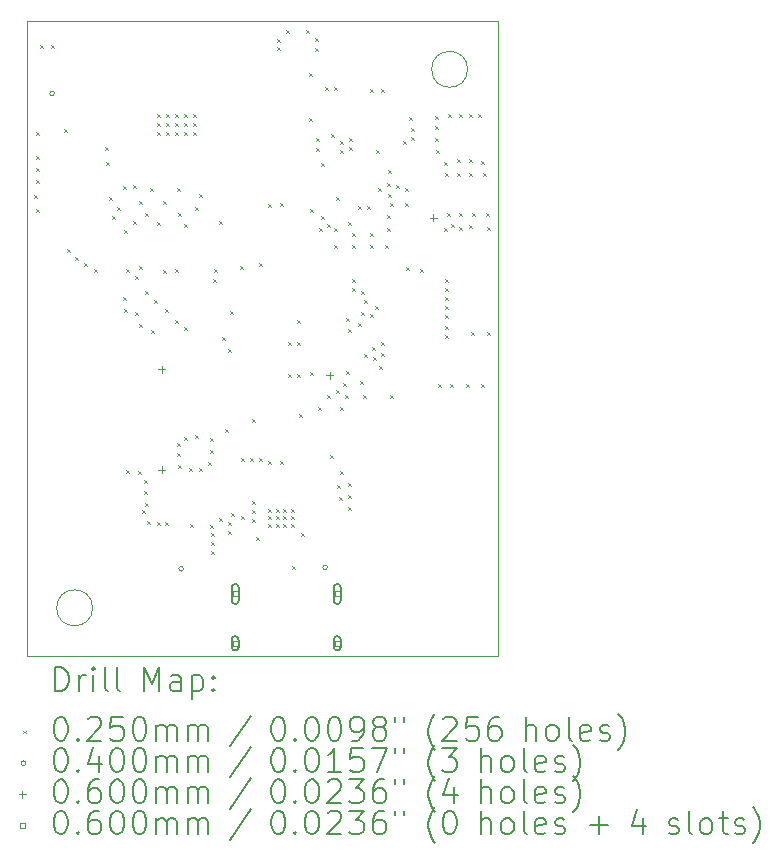
<source format=gbr>
%TF.GenerationSoftware,KiCad,Pcbnew,(7.0.0)*%
%TF.CreationDate,2023-02-28T10:18:38+08:00*%
%TF.ProjectId,ESP32_DK,45535033-325f-4444-9b2e-6b696361645f,rev?*%
%TF.SameCoordinates,Original*%
%TF.FileFunction,Drillmap*%
%TF.FilePolarity,Positive*%
%FSLAX45Y45*%
G04 Gerber Fmt 4.5, Leading zero omitted, Abs format (unit mm)*
G04 Created by KiCad (PCBNEW (7.0.0)) date 2023-02-28 10:18:38*
%MOMM*%
%LPD*%
G01*
G04 APERTURE LIST*
%ADD10C,0.100000*%
%ADD11C,0.200000*%
%ADD12C,0.025000*%
%ADD13C,0.040000*%
%ADD14C,0.060000*%
G04 APERTURE END LIST*
D10*
X5384800Y-17792700D02*
G75*
G03*
X5384800Y-17792700I-152400J0D01*
G01*
X8559800Y-13233400D02*
G75*
G03*
X8559800Y-13233400I-152400J0D01*
G01*
X4826000Y-12827000D02*
X8813800Y-12827000D01*
X8813800Y-12827000D02*
X8813800Y-18199100D01*
X8813800Y-18199100D02*
X4826000Y-18199100D01*
X4826000Y-18199100D02*
X4826000Y-12827000D01*
D11*
D12*
X4889700Y-14300400D02*
X4914700Y-14325400D01*
X4914700Y-14300400D02*
X4889700Y-14325400D01*
X4902400Y-13767000D02*
X4927400Y-13792000D01*
X4927400Y-13767000D02*
X4902400Y-13792000D01*
X4902400Y-13970200D02*
X4927400Y-13995200D01*
X4927400Y-13970200D02*
X4902400Y-13995200D01*
X4902400Y-14071800D02*
X4927400Y-14096800D01*
X4927400Y-14071800D02*
X4902400Y-14096800D01*
X4902400Y-14173400D02*
X4927400Y-14198400D01*
X4927400Y-14173400D02*
X4902400Y-14198400D01*
X4902400Y-14414700D02*
X4927400Y-14439700D01*
X4927400Y-14414700D02*
X4902400Y-14439700D01*
X4940500Y-13030400D02*
X4965500Y-13055400D01*
X4965500Y-13030400D02*
X4940500Y-13055400D01*
X5029400Y-13030400D02*
X5054400Y-13055400D01*
X5054400Y-13030400D02*
X5029400Y-13055400D01*
X5146050Y-13741600D02*
X5171050Y-13766600D01*
X5171050Y-13741600D02*
X5146050Y-13766600D01*
X5169100Y-14757600D02*
X5194100Y-14782600D01*
X5194100Y-14757600D02*
X5169100Y-14782600D01*
X5232600Y-14821100D02*
X5257600Y-14846100D01*
X5257600Y-14821100D02*
X5232600Y-14846100D01*
X5308800Y-14871900D02*
X5333800Y-14896900D01*
X5333800Y-14871900D02*
X5308800Y-14896900D01*
X5397700Y-14922700D02*
X5422700Y-14947700D01*
X5422700Y-14922700D02*
X5397700Y-14947700D01*
X5486600Y-13894000D02*
X5511600Y-13919000D01*
X5511600Y-13894000D02*
X5486600Y-13919000D01*
X5499300Y-14021000D02*
X5524300Y-14046000D01*
X5524300Y-14021000D02*
X5499300Y-14046000D01*
X5524700Y-14313100D02*
X5549700Y-14338100D01*
X5549700Y-14313100D02*
X5524700Y-14338100D01*
X5550100Y-14478200D02*
X5575100Y-14503200D01*
X5575100Y-14478200D02*
X5550100Y-14503200D01*
X5588200Y-14402000D02*
X5613200Y-14427000D01*
X5613200Y-14402000D02*
X5588200Y-14427000D01*
X5639000Y-14224200D02*
X5664000Y-14249200D01*
X5664000Y-14224200D02*
X5639000Y-14249200D01*
X5639000Y-15164000D02*
X5664000Y-15189000D01*
X5664000Y-15164000D02*
X5639000Y-15189000D01*
X5651700Y-14592500D02*
X5676700Y-14617500D01*
X5676700Y-14592500D02*
X5651700Y-14617500D01*
X5651700Y-15265600D02*
X5676700Y-15290600D01*
X5676700Y-15265600D02*
X5651700Y-15290600D01*
X5664400Y-14922700D02*
X5689400Y-14947700D01*
X5689400Y-14922700D02*
X5664400Y-14947700D01*
X5664400Y-16624500D02*
X5689400Y-16649500D01*
X5689400Y-16624500D02*
X5664400Y-16649500D01*
X5727900Y-14211500D02*
X5752900Y-14236500D01*
X5752900Y-14211500D02*
X5727900Y-14236500D01*
X5727900Y-14516300D02*
X5752900Y-14541300D01*
X5752900Y-14516300D02*
X5727900Y-14541300D01*
X5740600Y-14986200D02*
X5765600Y-15011200D01*
X5765600Y-14986200D02*
X5740600Y-15011200D01*
X5740600Y-15291000D02*
X5765600Y-15316000D01*
X5765600Y-15291000D02*
X5740600Y-15316000D01*
X5766000Y-16637200D02*
X5791000Y-16662200D01*
X5791000Y-16637200D02*
X5766000Y-16662200D01*
X5778700Y-14351200D02*
X5803700Y-14376200D01*
X5803700Y-14351200D02*
X5778700Y-14376200D01*
X5778700Y-14897300D02*
X5803700Y-14922300D01*
X5803700Y-14897300D02*
X5778700Y-14922300D01*
X5778700Y-15392600D02*
X5803700Y-15417600D01*
X5803700Y-15392600D02*
X5778700Y-15417600D01*
X5804100Y-16967400D02*
X5829100Y-16992400D01*
X5829100Y-16967400D02*
X5804100Y-16992400D01*
X5816800Y-16713400D02*
X5841800Y-16738400D01*
X5841800Y-16713400D02*
X5816800Y-16738400D01*
X5816800Y-16802300D02*
X5841800Y-16827300D01*
X5841800Y-16802300D02*
X5816800Y-16827300D01*
X5829500Y-14452800D02*
X5854500Y-14477800D01*
X5854500Y-14452800D02*
X5829500Y-14477800D01*
X5829500Y-15113200D02*
X5854500Y-15138200D01*
X5854500Y-15113200D02*
X5829500Y-15138200D01*
X5829500Y-16903900D02*
X5854500Y-16928900D01*
X5854500Y-16903900D02*
X5829500Y-16928900D01*
X5842200Y-17056300D02*
X5867200Y-17081300D01*
X5867200Y-17056300D02*
X5842200Y-17081300D01*
X5867600Y-14236900D02*
X5892600Y-14261900D01*
X5892600Y-14236900D02*
X5867600Y-14261900D01*
X5880300Y-15443400D02*
X5905300Y-15468400D01*
X5905300Y-15443400D02*
X5880300Y-15468400D01*
X5905700Y-15189400D02*
X5930700Y-15214400D01*
X5930700Y-15189400D02*
X5905700Y-15214400D01*
X5931100Y-13614600D02*
X5956100Y-13639600D01*
X5956100Y-13614600D02*
X5931100Y-13639600D01*
X5931100Y-13690800D02*
X5956100Y-13715800D01*
X5956100Y-13690800D02*
X5931100Y-13715800D01*
X5931100Y-13767000D02*
X5956100Y-13792000D01*
X5956100Y-13767000D02*
X5931100Y-13792000D01*
X5931100Y-14529000D02*
X5956100Y-14554000D01*
X5956100Y-14529000D02*
X5931100Y-14554000D01*
X5931100Y-17069000D02*
X5956100Y-17094000D01*
X5956100Y-17069000D02*
X5931100Y-17094000D01*
X5981900Y-14351200D02*
X6006900Y-14376200D01*
X6006900Y-14351200D02*
X5981900Y-14376200D01*
X5981900Y-14935400D02*
X6006900Y-14960400D01*
X6006900Y-14935400D02*
X5981900Y-14960400D01*
X5994600Y-15265600D02*
X6019600Y-15290600D01*
X6019600Y-15265600D02*
X5994600Y-15290600D01*
X5994600Y-17069000D02*
X6019600Y-17094000D01*
X6019600Y-17069000D02*
X5994600Y-17094000D01*
X6007300Y-13614600D02*
X6032300Y-13639600D01*
X6032300Y-13614600D02*
X6007300Y-13639600D01*
X6007300Y-13690800D02*
X6032300Y-13715800D01*
X6032300Y-13690800D02*
X6007300Y-13715800D01*
X6007300Y-13767000D02*
X6032300Y-13792000D01*
X6032300Y-13767000D02*
X6007300Y-13792000D01*
X6083500Y-13614600D02*
X6108500Y-13639600D01*
X6108500Y-13614600D02*
X6083500Y-13639600D01*
X6083500Y-13690800D02*
X6108500Y-13715800D01*
X6108500Y-13690800D02*
X6083500Y-13715800D01*
X6083500Y-13767000D02*
X6108500Y-13792000D01*
X6108500Y-13767000D02*
X6083500Y-13792000D01*
X6083500Y-14922700D02*
X6108500Y-14947700D01*
X6108500Y-14922700D02*
X6083500Y-14947700D01*
X6083500Y-15354500D02*
X6108500Y-15379500D01*
X6108500Y-15354500D02*
X6083500Y-15379500D01*
X6096200Y-14236900D02*
X6121200Y-14261900D01*
X6121200Y-14236900D02*
X6096200Y-14261900D01*
X6096200Y-16395900D02*
X6121200Y-16420900D01*
X6121200Y-16395900D02*
X6096200Y-16420900D01*
X6096200Y-16484800D02*
X6121200Y-16509800D01*
X6121200Y-16484800D02*
X6096200Y-16509800D01*
X6108900Y-14452800D02*
X6133900Y-14477800D01*
X6133900Y-14452800D02*
X6108900Y-14477800D01*
X6108900Y-16586400D02*
X6133900Y-16611400D01*
X6133900Y-16586400D02*
X6108900Y-16611400D01*
X6159700Y-13614600D02*
X6184700Y-13639600D01*
X6184700Y-13614600D02*
X6159700Y-13639600D01*
X6159700Y-13690800D02*
X6184700Y-13715800D01*
X6184700Y-13690800D02*
X6159700Y-13715800D01*
X6159700Y-13767000D02*
X6184700Y-13792000D01*
X6184700Y-13767000D02*
X6159700Y-13792000D01*
X6159700Y-14541700D02*
X6184700Y-14566700D01*
X6184700Y-14541700D02*
X6159700Y-14566700D01*
X6159700Y-15418000D02*
X6184700Y-15443000D01*
X6184700Y-15418000D02*
X6159700Y-15443000D01*
X6159700Y-16345100D02*
X6184700Y-16370100D01*
X6184700Y-16345100D02*
X6159700Y-16370100D01*
X6197800Y-16611800D02*
X6222800Y-16636800D01*
X6222800Y-16611800D02*
X6197800Y-16636800D01*
X6210500Y-17081700D02*
X6235500Y-17106700D01*
X6235500Y-17081700D02*
X6210500Y-17106700D01*
X6235900Y-13614600D02*
X6260900Y-13639600D01*
X6260900Y-13614600D02*
X6235900Y-13639600D01*
X6235900Y-13690800D02*
X6260900Y-13715800D01*
X6260900Y-13690800D02*
X6235900Y-13715800D01*
X6235900Y-13767000D02*
X6260900Y-13792000D01*
X6260900Y-13767000D02*
X6235900Y-13792000D01*
X6248600Y-14402000D02*
X6273600Y-14427000D01*
X6273600Y-14402000D02*
X6248600Y-14427000D01*
X6248600Y-16332400D02*
X6273600Y-16357400D01*
X6273600Y-16332400D02*
X6248600Y-16357400D01*
X6286700Y-14287700D02*
X6311700Y-14312700D01*
X6311700Y-14287700D02*
X6286700Y-14312700D01*
X6286700Y-16611800D02*
X6311700Y-16636800D01*
X6311700Y-16611800D02*
X6286700Y-16636800D01*
X6362900Y-16561000D02*
X6387900Y-16586000D01*
X6387900Y-16561000D02*
X6362900Y-16586000D01*
X6375600Y-16357800D02*
X6400600Y-16382800D01*
X6400600Y-16357800D02*
X6375600Y-16382800D01*
X6375600Y-16459400D02*
X6400600Y-16484400D01*
X6400600Y-16459400D02*
X6375600Y-16484400D01*
X6375600Y-17094400D02*
X6400600Y-17119400D01*
X6400600Y-17094400D02*
X6375600Y-17119400D01*
X6388300Y-17157900D02*
X6413300Y-17182900D01*
X6413300Y-17157900D02*
X6388300Y-17182900D01*
X6388300Y-17234100D02*
X6413300Y-17259100D01*
X6413300Y-17234100D02*
X6388300Y-17259100D01*
X6388300Y-17310300D02*
X6413300Y-17335300D01*
X6413300Y-17310300D02*
X6388300Y-17335300D01*
X6401000Y-15011600D02*
X6426000Y-15036600D01*
X6426000Y-15011600D02*
X6401000Y-15036600D01*
X6413700Y-14922700D02*
X6438700Y-14947700D01*
X6438700Y-14922700D02*
X6413700Y-14947700D01*
X6451800Y-14516300D02*
X6476800Y-14541300D01*
X6476800Y-14516300D02*
X6451800Y-14541300D01*
X6451800Y-17030900D02*
X6476800Y-17055900D01*
X6476800Y-17030900D02*
X6451800Y-17055900D01*
X6481675Y-15498675D02*
X6506675Y-15523675D01*
X6506675Y-15498675D02*
X6481675Y-15523675D01*
X6502600Y-16281600D02*
X6527600Y-16306600D01*
X6527600Y-16281600D02*
X6502600Y-16306600D01*
X6528000Y-17069000D02*
X6553000Y-17094000D01*
X6553000Y-17069000D02*
X6528000Y-17094000D01*
X6528000Y-17145200D02*
X6553000Y-17170200D01*
X6553000Y-17145200D02*
X6528000Y-17170200D01*
X6532475Y-15600275D02*
X6557475Y-15625275D01*
X6557475Y-15600275D02*
X6532475Y-15625275D01*
X6551525Y-15276425D02*
X6576525Y-15301425D01*
X6576525Y-15276425D02*
X6551525Y-15301425D01*
X6553400Y-16992800D02*
X6578400Y-17017800D01*
X6578400Y-16992800D02*
X6553400Y-17017800D01*
X6629600Y-14897300D02*
X6654600Y-14922300D01*
X6654600Y-14897300D02*
X6629600Y-14922300D01*
X6642300Y-16522900D02*
X6667300Y-16547900D01*
X6667300Y-16522900D02*
X6642300Y-16547900D01*
X6642300Y-17018200D02*
X6667300Y-17043200D01*
X6667300Y-17018200D02*
X6642300Y-17043200D01*
X6718500Y-16522900D02*
X6743500Y-16547900D01*
X6743500Y-16522900D02*
X6718500Y-16547900D01*
X6731200Y-16192700D02*
X6756200Y-16217700D01*
X6756200Y-16192700D02*
X6731200Y-16217700D01*
X6731200Y-16891200D02*
X6756200Y-16916200D01*
X6756200Y-16891200D02*
X6731200Y-16916200D01*
X6731200Y-16967400D02*
X6756200Y-16992400D01*
X6756200Y-16967400D02*
X6731200Y-16992400D01*
X6731200Y-17043600D02*
X6756200Y-17068600D01*
X6756200Y-17043600D02*
X6731200Y-17068600D01*
X6769300Y-17196000D02*
X6794300Y-17221000D01*
X6794300Y-17196000D02*
X6769300Y-17221000D01*
X6794700Y-14871900D02*
X6819700Y-14896900D01*
X6819700Y-14871900D02*
X6794700Y-14896900D01*
X6794700Y-16522900D02*
X6819700Y-16547900D01*
X6819700Y-16522900D02*
X6794700Y-16547900D01*
X6870900Y-14376600D02*
X6895900Y-14401600D01*
X6895900Y-14376600D02*
X6870900Y-14401600D01*
X6870900Y-16548300D02*
X6895900Y-16573300D01*
X6895900Y-16548300D02*
X6870900Y-16573300D01*
X6870900Y-16954700D02*
X6895900Y-16979700D01*
X6895900Y-16954700D02*
X6870900Y-16979700D01*
X6870900Y-17018200D02*
X6895900Y-17043200D01*
X6895900Y-17018200D02*
X6870900Y-17043200D01*
X6870900Y-17081700D02*
X6895900Y-17106700D01*
X6895900Y-17081700D02*
X6870900Y-17106700D01*
X6934400Y-16954700D02*
X6959400Y-16979700D01*
X6959400Y-16954700D02*
X6934400Y-16979700D01*
X6934400Y-17018200D02*
X6959400Y-17043200D01*
X6959400Y-17018200D02*
X6934400Y-17043200D01*
X6934400Y-17081700D02*
X6959400Y-17106700D01*
X6959400Y-17081700D02*
X6934400Y-17106700D01*
X6947100Y-12979600D02*
X6972100Y-13004600D01*
X6972100Y-12979600D02*
X6947100Y-13004600D01*
X6947100Y-13043100D02*
X6972100Y-13068100D01*
X6972100Y-13043100D02*
X6947100Y-13068100D01*
X6972500Y-14363900D02*
X6997500Y-14388900D01*
X6997500Y-14363900D02*
X6972500Y-14388900D01*
X6972500Y-16548300D02*
X6997500Y-16573300D01*
X6997500Y-16548300D02*
X6972500Y-16573300D01*
X6997900Y-16954700D02*
X7022900Y-16979700D01*
X7022900Y-16954700D02*
X6997900Y-16979700D01*
X6997900Y-17018200D02*
X7022900Y-17043200D01*
X7022900Y-17018200D02*
X6997900Y-17043200D01*
X6997900Y-17081700D02*
X7022900Y-17106700D01*
X7022900Y-17081700D02*
X6997900Y-17106700D01*
X7023300Y-12903400D02*
X7048300Y-12928400D01*
X7048300Y-12903400D02*
X7023300Y-12928400D01*
X7036000Y-15545000D02*
X7061000Y-15570000D01*
X7061000Y-15545000D02*
X7036000Y-15570000D01*
X7036000Y-15811700D02*
X7061000Y-15836700D01*
X7061000Y-15811700D02*
X7036000Y-15836700D01*
X7061400Y-16954700D02*
X7086400Y-16979700D01*
X7086400Y-16954700D02*
X7061400Y-16979700D01*
X7061400Y-17018200D02*
X7086400Y-17043200D01*
X7086400Y-17018200D02*
X7061400Y-17043200D01*
X7061400Y-17081700D02*
X7086400Y-17106700D01*
X7086400Y-17081700D02*
X7061400Y-17106700D01*
X7074100Y-17437300D02*
X7099100Y-17462300D01*
X7099100Y-17437300D02*
X7074100Y-17462300D01*
X7112200Y-15354500D02*
X7137200Y-15379500D01*
X7137200Y-15354500D02*
X7112200Y-15379500D01*
X7112200Y-15545000D02*
X7137200Y-15570000D01*
X7137200Y-15545000D02*
X7112200Y-15570000D01*
X7112200Y-15811700D02*
X7137200Y-15836700D01*
X7137200Y-15811700D02*
X7112200Y-15836700D01*
X7135060Y-16154600D02*
X7160060Y-16179600D01*
X7160060Y-16154600D02*
X7135060Y-16179600D01*
X7150300Y-17157900D02*
X7175300Y-17182900D01*
X7175300Y-17157900D02*
X7150300Y-17182900D01*
X7188400Y-12903400D02*
X7213400Y-12928400D01*
X7213400Y-12903400D02*
X7188400Y-12928400D01*
X7213800Y-13264800D02*
X7238800Y-13289800D01*
X7238800Y-13264800D02*
X7213800Y-13289800D01*
X7213800Y-13645800D02*
X7238800Y-13670800D01*
X7238800Y-13645800D02*
X7213800Y-13670800D01*
X7226500Y-14414700D02*
X7251500Y-14439700D01*
X7251500Y-14414700D02*
X7226500Y-14439700D01*
X7226500Y-15799000D02*
X7251500Y-15824000D01*
X7251500Y-15799000D02*
X7226500Y-15824000D01*
X7264600Y-12966900D02*
X7289600Y-12991900D01*
X7289600Y-12966900D02*
X7264600Y-12991900D01*
X7264600Y-13055800D02*
X7289600Y-13080800D01*
X7289600Y-13055800D02*
X7264600Y-13080800D01*
X7275718Y-13817800D02*
X7300718Y-13842800D01*
X7300718Y-13817800D02*
X7275718Y-13842800D01*
X7277300Y-13899800D02*
X7302300Y-13924800D01*
X7302300Y-13899800D02*
X7277300Y-13924800D01*
X7294060Y-16091100D02*
X7319060Y-16116100D01*
X7319060Y-16091100D02*
X7294060Y-16116100D01*
X7302700Y-14579800D02*
X7327700Y-14604800D01*
X7327700Y-14579800D02*
X7302700Y-14604800D01*
X7315400Y-14478200D02*
X7340400Y-14503200D01*
X7340400Y-14478200D02*
X7315400Y-14503200D01*
X7319550Y-14026800D02*
X7344550Y-14051800D01*
X7344550Y-14026800D02*
X7319550Y-14051800D01*
X7353500Y-13386000D02*
X7378500Y-13411000D01*
X7378500Y-13386000D02*
X7353500Y-13411000D01*
X7366200Y-14541700D02*
X7391200Y-14566700D01*
X7391200Y-14541700D02*
X7366200Y-14566700D01*
X7366200Y-15989500D02*
X7391200Y-16014500D01*
X7391200Y-15989500D02*
X7366200Y-16014500D01*
X7391600Y-16497500D02*
X7416600Y-16522500D01*
X7416600Y-16497500D02*
X7391600Y-16522500D01*
X7404300Y-13779700D02*
X7429300Y-13804700D01*
X7429300Y-13779700D02*
X7404300Y-13804700D01*
X7429700Y-13386000D02*
X7454700Y-13411000D01*
X7454700Y-13386000D02*
X7429700Y-13411000D01*
X7429700Y-14579800D02*
X7454700Y-14604800D01*
X7454700Y-14579800D02*
X7429700Y-14604800D01*
X7429700Y-14719500D02*
X7454700Y-14744500D01*
X7454700Y-14719500D02*
X7429700Y-14744500D01*
X7442400Y-15951400D02*
X7467400Y-15976400D01*
X7467400Y-15951400D02*
X7442400Y-15976400D01*
X7443600Y-14314300D02*
X7468600Y-14339300D01*
X7468600Y-14314300D02*
X7443600Y-14339300D01*
X7455100Y-16751500D02*
X7480100Y-16776500D01*
X7480100Y-16751500D02*
X7455100Y-16776500D01*
X7467800Y-16853100D02*
X7492800Y-16878100D01*
X7492800Y-16853100D02*
X7467800Y-16878100D01*
X7480500Y-13843200D02*
X7505500Y-13868200D01*
X7505500Y-13843200D02*
X7480500Y-13868200D01*
X7480500Y-13919400D02*
X7505500Y-13944400D01*
X7505500Y-13919400D02*
X7480500Y-13944400D01*
X7480500Y-16091100D02*
X7505500Y-16116100D01*
X7505500Y-16091100D02*
X7480500Y-16116100D01*
X7480500Y-16637200D02*
X7505500Y-16662200D01*
X7505500Y-16637200D02*
X7480500Y-16662200D01*
X7505900Y-15887900D02*
X7530900Y-15912900D01*
X7530900Y-15887900D02*
X7505900Y-15912900D01*
X7518600Y-15989500D02*
X7543600Y-16014500D01*
X7543600Y-15989500D02*
X7518600Y-16014500D01*
X7531300Y-15341800D02*
X7556300Y-15366800D01*
X7556300Y-15341800D02*
X7531300Y-15366800D01*
X7531300Y-15786300D02*
X7556300Y-15811300D01*
X7556300Y-15786300D02*
X7531300Y-15811300D01*
X7544000Y-14529000D02*
X7569000Y-14554000D01*
X7569000Y-14529000D02*
X7544000Y-14554000D01*
X7544000Y-15430700D02*
X7569000Y-15455700D01*
X7569000Y-15430700D02*
X7544000Y-15455700D01*
X7544000Y-16738800D02*
X7569000Y-16763800D01*
X7569000Y-16738800D02*
X7544000Y-16763800D01*
X7544000Y-16840400D02*
X7569000Y-16865400D01*
X7569000Y-16840400D02*
X7544000Y-16865400D01*
X7544000Y-16942000D02*
X7569000Y-16967000D01*
X7569000Y-16942000D02*
X7544000Y-16967000D01*
X7556700Y-13817800D02*
X7581700Y-13842800D01*
X7581700Y-13817800D02*
X7556700Y-13842800D01*
X7556700Y-13894000D02*
X7581700Y-13919000D01*
X7581700Y-13894000D02*
X7556700Y-13919000D01*
X7582100Y-14617900D02*
X7607100Y-14642900D01*
X7607100Y-14617900D02*
X7582100Y-14642900D01*
X7582100Y-14719500D02*
X7607100Y-14744500D01*
X7607100Y-14719500D02*
X7582100Y-14744500D01*
X7582100Y-15011600D02*
X7607100Y-15036600D01*
X7607100Y-15011600D02*
X7582100Y-15036600D01*
X7582100Y-15087800D02*
X7607100Y-15112800D01*
X7607100Y-15087800D02*
X7582100Y-15112800D01*
X7632144Y-14390056D02*
X7657144Y-14415056D01*
X7657144Y-14390056D02*
X7632144Y-14415056D01*
X7632900Y-15379900D02*
X7657900Y-15404900D01*
X7657900Y-15379900D02*
X7632900Y-15404900D01*
X7645600Y-15875200D02*
X7670600Y-15900200D01*
X7670600Y-15875200D02*
X7645600Y-15900200D01*
X7658300Y-15113200D02*
X7683300Y-15138200D01*
X7683300Y-15113200D02*
X7658300Y-15138200D01*
X7658300Y-15291000D02*
X7683300Y-15316000D01*
X7683300Y-15291000D02*
X7658300Y-15316000D01*
X7671000Y-15989500D02*
X7696000Y-16014500D01*
X7696000Y-15989500D02*
X7671000Y-16014500D01*
X7683700Y-15189400D02*
X7708700Y-15214400D01*
X7708700Y-15189400D02*
X7683700Y-15214400D01*
X7683700Y-15646600D02*
X7708700Y-15671600D01*
X7708700Y-15646600D02*
X7683700Y-15671600D01*
X7709100Y-14389300D02*
X7734100Y-14414300D01*
X7734100Y-14389300D02*
X7709100Y-14414300D01*
X7734500Y-13398700D02*
X7759500Y-13423700D01*
X7759500Y-13398700D02*
X7734500Y-13423700D01*
X7734500Y-14617900D02*
X7759500Y-14642900D01*
X7759500Y-14617900D02*
X7734500Y-14642900D01*
X7734500Y-14719500D02*
X7759500Y-14744500D01*
X7759500Y-14719500D02*
X7734500Y-14744500D01*
X7734500Y-15303700D02*
X7759500Y-15328700D01*
X7759500Y-15303700D02*
X7734500Y-15328700D01*
X7747200Y-15583100D02*
X7772200Y-15608100D01*
X7772200Y-15583100D02*
X7747200Y-15608100D01*
X7759900Y-15672000D02*
X7784900Y-15697000D01*
X7784900Y-15672000D02*
X7759900Y-15697000D01*
X7772600Y-15240200D02*
X7797600Y-15265200D01*
X7797600Y-15240200D02*
X7772600Y-15265200D01*
X7785300Y-13919400D02*
X7810300Y-13944400D01*
X7810300Y-13919400D02*
X7785300Y-13944400D01*
X7798000Y-14236900D02*
X7823000Y-14261900D01*
X7823000Y-14236900D02*
X7798000Y-14261900D01*
X7810700Y-15748200D02*
X7835700Y-15773200D01*
X7835700Y-15748200D02*
X7810700Y-15773200D01*
X7823400Y-13398700D02*
X7848400Y-13423700D01*
X7848400Y-13398700D02*
X7823400Y-13423700D01*
X7823400Y-15545000D02*
X7848400Y-15570000D01*
X7848400Y-15545000D02*
X7823400Y-15570000D01*
X7823400Y-15633900D02*
X7848400Y-15658900D01*
X7848400Y-15633900D02*
X7823400Y-15658900D01*
X7861500Y-14719500D02*
X7886500Y-14744500D01*
X7886500Y-14719500D02*
X7861500Y-14744500D01*
X7874200Y-14198800D02*
X7899200Y-14223800D01*
X7899200Y-14198800D02*
X7874200Y-14223800D01*
X7874200Y-14465500D02*
X7899200Y-14490500D01*
X7899200Y-14465500D02*
X7874200Y-14490500D01*
X7874200Y-14579800D02*
X7899200Y-14604800D01*
X7899200Y-14579800D02*
X7874200Y-14604800D01*
X7886900Y-14084500D02*
X7911900Y-14109500D01*
X7911900Y-14084500D02*
X7886900Y-14109500D01*
X7886900Y-14287700D02*
X7911900Y-14312700D01*
X7911900Y-14287700D02*
X7886900Y-14312700D01*
X7899600Y-14363900D02*
X7924600Y-14388900D01*
X7924600Y-14363900D02*
X7899600Y-14388900D01*
X7899600Y-15989500D02*
X7924600Y-16014500D01*
X7924600Y-15989500D02*
X7899600Y-16014500D01*
X7950400Y-14211500D02*
X7975400Y-14236500D01*
X7975400Y-14211500D02*
X7950400Y-14236500D01*
X8013900Y-13843200D02*
X8038900Y-13868200D01*
X8038900Y-13843200D02*
X8013900Y-13868200D01*
X8026600Y-14236900D02*
X8051600Y-14261900D01*
X8051600Y-14236900D02*
X8026600Y-14261900D01*
X8026600Y-14363900D02*
X8051600Y-14388900D01*
X8051600Y-14363900D02*
X8026600Y-14388900D01*
X8039300Y-14910000D02*
X8064300Y-14935000D01*
X8064300Y-14910000D02*
X8039300Y-14935000D01*
X8064700Y-13640000D02*
X8089700Y-13665000D01*
X8089700Y-13640000D02*
X8064700Y-13665000D01*
X8077400Y-13728900D02*
X8102400Y-13753900D01*
X8102400Y-13728900D02*
X8077400Y-13753900D01*
X8077400Y-13805100D02*
X8102400Y-13830100D01*
X8102400Y-13805100D02*
X8077400Y-13830100D01*
X8153600Y-14922700D02*
X8178600Y-14947700D01*
X8178600Y-14922700D02*
X8153600Y-14947700D01*
X8280600Y-13627300D02*
X8305600Y-13652300D01*
X8305600Y-13627300D02*
X8280600Y-13652300D01*
X8280600Y-13716200D02*
X8305600Y-13741200D01*
X8305600Y-13716200D02*
X8280600Y-13741200D01*
X8280600Y-13817800D02*
X8305600Y-13842800D01*
X8305600Y-13817800D02*
X8280600Y-13842800D01*
X8293300Y-13919400D02*
X8318300Y-13944400D01*
X8318300Y-13919400D02*
X8293300Y-13944400D01*
X8306000Y-15900600D02*
X8331000Y-15925600D01*
X8331000Y-15900600D02*
X8306000Y-15925600D01*
X8356800Y-14021000D02*
X8381800Y-14046000D01*
X8381800Y-14021000D02*
X8356800Y-14046000D01*
X8356800Y-14579800D02*
X8381800Y-14604800D01*
X8381800Y-14579800D02*
X8356800Y-14604800D01*
X8369500Y-14109900D02*
X8394500Y-14134900D01*
X8394500Y-14109900D02*
X8369500Y-14134900D01*
X8369500Y-15011600D02*
X8394500Y-15036600D01*
X8394500Y-15011600D02*
X8369500Y-15036600D01*
X8369500Y-15087800D02*
X8394500Y-15112800D01*
X8394500Y-15087800D02*
X8369500Y-15112800D01*
X8369500Y-15164000D02*
X8394500Y-15189000D01*
X8394500Y-15164000D02*
X8369500Y-15189000D01*
X8369500Y-15240200D02*
X8394500Y-15265200D01*
X8394500Y-15240200D02*
X8369500Y-15265200D01*
X8369500Y-15316400D02*
X8394500Y-15341400D01*
X8394500Y-15316400D02*
X8369500Y-15341400D01*
X8369500Y-15405300D02*
X8394500Y-15430300D01*
X8394500Y-15405300D02*
X8369500Y-15430300D01*
X8369500Y-15481500D02*
X8394500Y-15506500D01*
X8394500Y-15481500D02*
X8369500Y-15506500D01*
X8382200Y-14452800D02*
X8407200Y-14477800D01*
X8407200Y-14452800D02*
X8382200Y-14477800D01*
X8394900Y-13614600D02*
X8419900Y-13639600D01*
X8419900Y-13614600D02*
X8394900Y-13639600D01*
X8407600Y-15900600D02*
X8432600Y-15925600D01*
X8432600Y-15900600D02*
X8407600Y-15925600D01*
X8420300Y-14541700D02*
X8445300Y-14566700D01*
X8445300Y-14541700D02*
X8420300Y-14566700D01*
X8471100Y-13995600D02*
X8496100Y-14020600D01*
X8496100Y-13995600D02*
X8471100Y-14020600D01*
X8471100Y-14109900D02*
X8496100Y-14134900D01*
X8496100Y-14109900D02*
X8471100Y-14134900D01*
X8483800Y-13614600D02*
X8508800Y-13639600D01*
X8508800Y-13614600D02*
X8483800Y-13639600D01*
X8483800Y-14452800D02*
X8508800Y-14477800D01*
X8508800Y-14452800D02*
X8483800Y-14477800D01*
X8483800Y-14567100D02*
X8508800Y-14592100D01*
X8508800Y-14567100D02*
X8483800Y-14592100D01*
X8547300Y-15900600D02*
X8572300Y-15925600D01*
X8572300Y-15900600D02*
X8547300Y-15925600D01*
X8572700Y-13614600D02*
X8597700Y-13639600D01*
X8597700Y-13614600D02*
X8572700Y-13639600D01*
X8572700Y-13995600D02*
X8597700Y-14020600D01*
X8597700Y-13995600D02*
X8572700Y-14020600D01*
X8572700Y-14109900D02*
X8597700Y-14134900D01*
X8597700Y-14109900D02*
X8572700Y-14134900D01*
X8572700Y-14554400D02*
X8597700Y-14579400D01*
X8597700Y-14554400D02*
X8572700Y-14579400D01*
X8592650Y-15456100D02*
X8617650Y-15481100D01*
X8617650Y-15456100D02*
X8592650Y-15481100D01*
X8598100Y-14452800D02*
X8623100Y-14477800D01*
X8623100Y-14452800D02*
X8598100Y-14477800D01*
X8648900Y-13614600D02*
X8673900Y-13639600D01*
X8673900Y-13614600D02*
X8648900Y-13639600D01*
X8674300Y-14008300D02*
X8699300Y-14033300D01*
X8699300Y-14008300D02*
X8674300Y-14033300D01*
X8674300Y-15900600D02*
X8699300Y-15925600D01*
X8699300Y-15900600D02*
X8674300Y-15925600D01*
X8687000Y-14109900D02*
X8712000Y-14134900D01*
X8712000Y-14109900D02*
X8687000Y-14134900D01*
X8712400Y-14452800D02*
X8737400Y-14477800D01*
X8737400Y-14452800D02*
X8712400Y-14477800D01*
X8725100Y-14567100D02*
X8750100Y-14592100D01*
X8750100Y-14567100D02*
X8725100Y-14592100D01*
X8725100Y-15456100D02*
X8750100Y-15481100D01*
X8750100Y-15456100D02*
X8725100Y-15481100D01*
D13*
X5061900Y-13436600D02*
G75*
G03*
X5061900Y-13436600I-20000J0D01*
G01*
X6154100Y-17462500D02*
G75*
G03*
X6154100Y-17462500I-20000J0D01*
G01*
X7373300Y-17449800D02*
G75*
G03*
X7373300Y-17449800I-20000J0D01*
G01*
D14*
X5969000Y-15743400D02*
X5969000Y-15803400D01*
X5939000Y-15773400D02*
X5999000Y-15773400D01*
X5969000Y-16594300D02*
X5969000Y-16654300D01*
X5939000Y-16624300D02*
X5999000Y-16624300D01*
X7391400Y-15794200D02*
X7391400Y-15854200D01*
X7361400Y-15824200D02*
X7421400Y-15824200D01*
X8267700Y-14460700D02*
X8267700Y-14520700D01*
X8237700Y-14490700D02*
X8297700Y-14490700D01*
X6612313Y-17696813D02*
X6612313Y-17654387D01*
X6569887Y-17654387D01*
X6569887Y-17696813D01*
X6612313Y-17696813D01*
D11*
X6561100Y-17620600D02*
X6561100Y-17730600D01*
X6561100Y-17730600D02*
G75*
G03*
X6621100Y-17730600I30000J0D01*
G01*
X6621100Y-17730600D02*
X6621100Y-17620600D01*
X6621100Y-17620600D02*
G75*
G03*
X6561100Y-17620600I-30000J0D01*
G01*
D14*
X6612313Y-18114813D02*
X6612313Y-18072387D01*
X6569887Y-18072387D01*
X6569887Y-18114813D01*
X6612313Y-18114813D01*
D11*
X6561100Y-18063600D02*
X6561100Y-18123600D01*
X6561100Y-18123600D02*
G75*
G03*
X6621100Y-18123600I30000J0D01*
G01*
X6621100Y-18123600D02*
X6621100Y-18063600D01*
X6621100Y-18063600D02*
G75*
G03*
X6561100Y-18063600I-30000J0D01*
G01*
D14*
X7476313Y-17696813D02*
X7476313Y-17654387D01*
X7433887Y-17654387D01*
X7433887Y-17696813D01*
X7476313Y-17696813D01*
D11*
X7425100Y-17620600D02*
X7425100Y-17730600D01*
X7425100Y-17730600D02*
G75*
G03*
X7485100Y-17730600I30000J0D01*
G01*
X7485100Y-17730600D02*
X7485100Y-17620600D01*
X7485100Y-17620600D02*
G75*
G03*
X7425100Y-17620600I-30000J0D01*
G01*
D14*
X7476313Y-18114813D02*
X7476313Y-18072387D01*
X7433887Y-18072387D01*
X7433887Y-18114813D01*
X7476313Y-18114813D01*
D11*
X7425100Y-18063600D02*
X7425100Y-18123600D01*
X7425100Y-18123600D02*
G75*
G03*
X7485100Y-18123600I30000J0D01*
G01*
X7485100Y-18123600D02*
X7485100Y-18063600D01*
X7485100Y-18063600D02*
G75*
G03*
X7425100Y-18063600I-30000J0D01*
G01*
X5068619Y-18497576D02*
X5068619Y-18297576D01*
X5068619Y-18297576D02*
X5116238Y-18297576D01*
X5116238Y-18297576D02*
X5144810Y-18307100D01*
X5144810Y-18307100D02*
X5163857Y-18326148D01*
X5163857Y-18326148D02*
X5173381Y-18345195D01*
X5173381Y-18345195D02*
X5182905Y-18383290D01*
X5182905Y-18383290D02*
X5182905Y-18411862D01*
X5182905Y-18411862D02*
X5173381Y-18449957D01*
X5173381Y-18449957D02*
X5163857Y-18469005D01*
X5163857Y-18469005D02*
X5144810Y-18488052D01*
X5144810Y-18488052D02*
X5116238Y-18497576D01*
X5116238Y-18497576D02*
X5068619Y-18497576D01*
X5268619Y-18497576D02*
X5268619Y-18364243D01*
X5268619Y-18402338D02*
X5278143Y-18383290D01*
X5278143Y-18383290D02*
X5287667Y-18373767D01*
X5287667Y-18373767D02*
X5306714Y-18364243D01*
X5306714Y-18364243D02*
X5325762Y-18364243D01*
X5392429Y-18497576D02*
X5392429Y-18364243D01*
X5392429Y-18297576D02*
X5382905Y-18307100D01*
X5382905Y-18307100D02*
X5392429Y-18316624D01*
X5392429Y-18316624D02*
X5401952Y-18307100D01*
X5401952Y-18307100D02*
X5392429Y-18297576D01*
X5392429Y-18297576D02*
X5392429Y-18316624D01*
X5516238Y-18497576D02*
X5497190Y-18488052D01*
X5497190Y-18488052D02*
X5487667Y-18469005D01*
X5487667Y-18469005D02*
X5487667Y-18297576D01*
X5621000Y-18497576D02*
X5601952Y-18488052D01*
X5601952Y-18488052D02*
X5592428Y-18469005D01*
X5592428Y-18469005D02*
X5592428Y-18297576D01*
X5817190Y-18497576D02*
X5817190Y-18297576D01*
X5817190Y-18297576D02*
X5883857Y-18440433D01*
X5883857Y-18440433D02*
X5950524Y-18297576D01*
X5950524Y-18297576D02*
X5950524Y-18497576D01*
X6131476Y-18497576D02*
X6131476Y-18392814D01*
X6131476Y-18392814D02*
X6121952Y-18373767D01*
X6121952Y-18373767D02*
X6102905Y-18364243D01*
X6102905Y-18364243D02*
X6064809Y-18364243D01*
X6064809Y-18364243D02*
X6045762Y-18373767D01*
X6131476Y-18488052D02*
X6112428Y-18497576D01*
X6112428Y-18497576D02*
X6064809Y-18497576D01*
X6064809Y-18497576D02*
X6045762Y-18488052D01*
X6045762Y-18488052D02*
X6036238Y-18469005D01*
X6036238Y-18469005D02*
X6036238Y-18449957D01*
X6036238Y-18449957D02*
X6045762Y-18430910D01*
X6045762Y-18430910D02*
X6064809Y-18421386D01*
X6064809Y-18421386D02*
X6112428Y-18421386D01*
X6112428Y-18421386D02*
X6131476Y-18411862D01*
X6226714Y-18364243D02*
X6226714Y-18564243D01*
X6226714Y-18373767D02*
X6245762Y-18364243D01*
X6245762Y-18364243D02*
X6283857Y-18364243D01*
X6283857Y-18364243D02*
X6302905Y-18373767D01*
X6302905Y-18373767D02*
X6312428Y-18383290D01*
X6312428Y-18383290D02*
X6321952Y-18402338D01*
X6321952Y-18402338D02*
X6321952Y-18459481D01*
X6321952Y-18459481D02*
X6312428Y-18478529D01*
X6312428Y-18478529D02*
X6302905Y-18488052D01*
X6302905Y-18488052D02*
X6283857Y-18497576D01*
X6283857Y-18497576D02*
X6245762Y-18497576D01*
X6245762Y-18497576D02*
X6226714Y-18488052D01*
X6407667Y-18478529D02*
X6417190Y-18488052D01*
X6417190Y-18488052D02*
X6407667Y-18497576D01*
X6407667Y-18497576D02*
X6398143Y-18488052D01*
X6398143Y-18488052D02*
X6407667Y-18478529D01*
X6407667Y-18478529D02*
X6407667Y-18497576D01*
X6407667Y-18373767D02*
X6417190Y-18383290D01*
X6417190Y-18383290D02*
X6407667Y-18392814D01*
X6407667Y-18392814D02*
X6398143Y-18383290D01*
X6398143Y-18383290D02*
X6407667Y-18373767D01*
X6407667Y-18373767D02*
X6407667Y-18392814D01*
D12*
X4796000Y-18831600D02*
X4821000Y-18856600D01*
X4821000Y-18831600D02*
X4796000Y-18856600D01*
D11*
X5106714Y-18717576D02*
X5125762Y-18717576D01*
X5125762Y-18717576D02*
X5144810Y-18727100D01*
X5144810Y-18727100D02*
X5154333Y-18736624D01*
X5154333Y-18736624D02*
X5163857Y-18755671D01*
X5163857Y-18755671D02*
X5173381Y-18793767D01*
X5173381Y-18793767D02*
X5173381Y-18841386D01*
X5173381Y-18841386D02*
X5163857Y-18879481D01*
X5163857Y-18879481D02*
X5154333Y-18898529D01*
X5154333Y-18898529D02*
X5144810Y-18908052D01*
X5144810Y-18908052D02*
X5125762Y-18917576D01*
X5125762Y-18917576D02*
X5106714Y-18917576D01*
X5106714Y-18917576D02*
X5087667Y-18908052D01*
X5087667Y-18908052D02*
X5078143Y-18898529D01*
X5078143Y-18898529D02*
X5068619Y-18879481D01*
X5068619Y-18879481D02*
X5059095Y-18841386D01*
X5059095Y-18841386D02*
X5059095Y-18793767D01*
X5059095Y-18793767D02*
X5068619Y-18755671D01*
X5068619Y-18755671D02*
X5078143Y-18736624D01*
X5078143Y-18736624D02*
X5087667Y-18727100D01*
X5087667Y-18727100D02*
X5106714Y-18717576D01*
X5259095Y-18898529D02*
X5268619Y-18908052D01*
X5268619Y-18908052D02*
X5259095Y-18917576D01*
X5259095Y-18917576D02*
X5249571Y-18908052D01*
X5249571Y-18908052D02*
X5259095Y-18898529D01*
X5259095Y-18898529D02*
X5259095Y-18917576D01*
X5344810Y-18736624D02*
X5354333Y-18727100D01*
X5354333Y-18727100D02*
X5373381Y-18717576D01*
X5373381Y-18717576D02*
X5421000Y-18717576D01*
X5421000Y-18717576D02*
X5440048Y-18727100D01*
X5440048Y-18727100D02*
X5449571Y-18736624D01*
X5449571Y-18736624D02*
X5459095Y-18755671D01*
X5459095Y-18755671D02*
X5459095Y-18774719D01*
X5459095Y-18774719D02*
X5449571Y-18803290D01*
X5449571Y-18803290D02*
X5335286Y-18917576D01*
X5335286Y-18917576D02*
X5459095Y-18917576D01*
X5640048Y-18717576D02*
X5544810Y-18717576D01*
X5544810Y-18717576D02*
X5535286Y-18812814D01*
X5535286Y-18812814D02*
X5544810Y-18803290D01*
X5544810Y-18803290D02*
X5563857Y-18793767D01*
X5563857Y-18793767D02*
X5611476Y-18793767D01*
X5611476Y-18793767D02*
X5630524Y-18803290D01*
X5630524Y-18803290D02*
X5640048Y-18812814D01*
X5640048Y-18812814D02*
X5649571Y-18831862D01*
X5649571Y-18831862D02*
X5649571Y-18879481D01*
X5649571Y-18879481D02*
X5640048Y-18898529D01*
X5640048Y-18898529D02*
X5630524Y-18908052D01*
X5630524Y-18908052D02*
X5611476Y-18917576D01*
X5611476Y-18917576D02*
X5563857Y-18917576D01*
X5563857Y-18917576D02*
X5544810Y-18908052D01*
X5544810Y-18908052D02*
X5535286Y-18898529D01*
X5773381Y-18717576D02*
X5792429Y-18717576D01*
X5792429Y-18717576D02*
X5811476Y-18727100D01*
X5811476Y-18727100D02*
X5821000Y-18736624D01*
X5821000Y-18736624D02*
X5830524Y-18755671D01*
X5830524Y-18755671D02*
X5840048Y-18793767D01*
X5840048Y-18793767D02*
X5840048Y-18841386D01*
X5840048Y-18841386D02*
X5830524Y-18879481D01*
X5830524Y-18879481D02*
X5821000Y-18898529D01*
X5821000Y-18898529D02*
X5811476Y-18908052D01*
X5811476Y-18908052D02*
X5792429Y-18917576D01*
X5792429Y-18917576D02*
X5773381Y-18917576D01*
X5773381Y-18917576D02*
X5754333Y-18908052D01*
X5754333Y-18908052D02*
X5744809Y-18898529D01*
X5744809Y-18898529D02*
X5735286Y-18879481D01*
X5735286Y-18879481D02*
X5725762Y-18841386D01*
X5725762Y-18841386D02*
X5725762Y-18793767D01*
X5725762Y-18793767D02*
X5735286Y-18755671D01*
X5735286Y-18755671D02*
X5744809Y-18736624D01*
X5744809Y-18736624D02*
X5754333Y-18727100D01*
X5754333Y-18727100D02*
X5773381Y-18717576D01*
X5925762Y-18917576D02*
X5925762Y-18784243D01*
X5925762Y-18803290D02*
X5935286Y-18793767D01*
X5935286Y-18793767D02*
X5954333Y-18784243D01*
X5954333Y-18784243D02*
X5982905Y-18784243D01*
X5982905Y-18784243D02*
X6001952Y-18793767D01*
X6001952Y-18793767D02*
X6011476Y-18812814D01*
X6011476Y-18812814D02*
X6011476Y-18917576D01*
X6011476Y-18812814D02*
X6021000Y-18793767D01*
X6021000Y-18793767D02*
X6040048Y-18784243D01*
X6040048Y-18784243D02*
X6068619Y-18784243D01*
X6068619Y-18784243D02*
X6087667Y-18793767D01*
X6087667Y-18793767D02*
X6097190Y-18812814D01*
X6097190Y-18812814D02*
X6097190Y-18917576D01*
X6192429Y-18917576D02*
X6192429Y-18784243D01*
X6192429Y-18803290D02*
X6201952Y-18793767D01*
X6201952Y-18793767D02*
X6221000Y-18784243D01*
X6221000Y-18784243D02*
X6249571Y-18784243D01*
X6249571Y-18784243D02*
X6268619Y-18793767D01*
X6268619Y-18793767D02*
X6278143Y-18812814D01*
X6278143Y-18812814D02*
X6278143Y-18917576D01*
X6278143Y-18812814D02*
X6287667Y-18793767D01*
X6287667Y-18793767D02*
X6306714Y-18784243D01*
X6306714Y-18784243D02*
X6335286Y-18784243D01*
X6335286Y-18784243D02*
X6354333Y-18793767D01*
X6354333Y-18793767D02*
X6363857Y-18812814D01*
X6363857Y-18812814D02*
X6363857Y-18917576D01*
X6721952Y-18708052D02*
X6550524Y-18965195D01*
X6946714Y-18717576D02*
X6965762Y-18717576D01*
X6965762Y-18717576D02*
X6984810Y-18727100D01*
X6984810Y-18727100D02*
X6994333Y-18736624D01*
X6994333Y-18736624D02*
X7003857Y-18755671D01*
X7003857Y-18755671D02*
X7013381Y-18793767D01*
X7013381Y-18793767D02*
X7013381Y-18841386D01*
X7013381Y-18841386D02*
X7003857Y-18879481D01*
X7003857Y-18879481D02*
X6994333Y-18898529D01*
X6994333Y-18898529D02*
X6984810Y-18908052D01*
X6984810Y-18908052D02*
X6965762Y-18917576D01*
X6965762Y-18917576D02*
X6946714Y-18917576D01*
X6946714Y-18917576D02*
X6927667Y-18908052D01*
X6927667Y-18908052D02*
X6918143Y-18898529D01*
X6918143Y-18898529D02*
X6908619Y-18879481D01*
X6908619Y-18879481D02*
X6899095Y-18841386D01*
X6899095Y-18841386D02*
X6899095Y-18793767D01*
X6899095Y-18793767D02*
X6908619Y-18755671D01*
X6908619Y-18755671D02*
X6918143Y-18736624D01*
X6918143Y-18736624D02*
X6927667Y-18727100D01*
X6927667Y-18727100D02*
X6946714Y-18717576D01*
X7099095Y-18898529D02*
X7108619Y-18908052D01*
X7108619Y-18908052D02*
X7099095Y-18917576D01*
X7099095Y-18917576D02*
X7089571Y-18908052D01*
X7089571Y-18908052D02*
X7099095Y-18898529D01*
X7099095Y-18898529D02*
X7099095Y-18917576D01*
X7232429Y-18717576D02*
X7251476Y-18717576D01*
X7251476Y-18717576D02*
X7270524Y-18727100D01*
X7270524Y-18727100D02*
X7280048Y-18736624D01*
X7280048Y-18736624D02*
X7289571Y-18755671D01*
X7289571Y-18755671D02*
X7299095Y-18793767D01*
X7299095Y-18793767D02*
X7299095Y-18841386D01*
X7299095Y-18841386D02*
X7289571Y-18879481D01*
X7289571Y-18879481D02*
X7280048Y-18898529D01*
X7280048Y-18898529D02*
X7270524Y-18908052D01*
X7270524Y-18908052D02*
X7251476Y-18917576D01*
X7251476Y-18917576D02*
X7232429Y-18917576D01*
X7232429Y-18917576D02*
X7213381Y-18908052D01*
X7213381Y-18908052D02*
X7203857Y-18898529D01*
X7203857Y-18898529D02*
X7194333Y-18879481D01*
X7194333Y-18879481D02*
X7184810Y-18841386D01*
X7184810Y-18841386D02*
X7184810Y-18793767D01*
X7184810Y-18793767D02*
X7194333Y-18755671D01*
X7194333Y-18755671D02*
X7203857Y-18736624D01*
X7203857Y-18736624D02*
X7213381Y-18727100D01*
X7213381Y-18727100D02*
X7232429Y-18717576D01*
X7422905Y-18717576D02*
X7441952Y-18717576D01*
X7441952Y-18717576D02*
X7461000Y-18727100D01*
X7461000Y-18727100D02*
X7470524Y-18736624D01*
X7470524Y-18736624D02*
X7480048Y-18755671D01*
X7480048Y-18755671D02*
X7489571Y-18793767D01*
X7489571Y-18793767D02*
X7489571Y-18841386D01*
X7489571Y-18841386D02*
X7480048Y-18879481D01*
X7480048Y-18879481D02*
X7470524Y-18898529D01*
X7470524Y-18898529D02*
X7461000Y-18908052D01*
X7461000Y-18908052D02*
X7441952Y-18917576D01*
X7441952Y-18917576D02*
X7422905Y-18917576D01*
X7422905Y-18917576D02*
X7403857Y-18908052D01*
X7403857Y-18908052D02*
X7394333Y-18898529D01*
X7394333Y-18898529D02*
X7384810Y-18879481D01*
X7384810Y-18879481D02*
X7375286Y-18841386D01*
X7375286Y-18841386D02*
X7375286Y-18793767D01*
X7375286Y-18793767D02*
X7384810Y-18755671D01*
X7384810Y-18755671D02*
X7394333Y-18736624D01*
X7394333Y-18736624D02*
X7403857Y-18727100D01*
X7403857Y-18727100D02*
X7422905Y-18717576D01*
X7584810Y-18917576D02*
X7622905Y-18917576D01*
X7622905Y-18917576D02*
X7641952Y-18908052D01*
X7641952Y-18908052D02*
X7651476Y-18898529D01*
X7651476Y-18898529D02*
X7670524Y-18869957D01*
X7670524Y-18869957D02*
X7680048Y-18831862D01*
X7680048Y-18831862D02*
X7680048Y-18755671D01*
X7680048Y-18755671D02*
X7670524Y-18736624D01*
X7670524Y-18736624D02*
X7661000Y-18727100D01*
X7661000Y-18727100D02*
X7641952Y-18717576D01*
X7641952Y-18717576D02*
X7603857Y-18717576D01*
X7603857Y-18717576D02*
X7584810Y-18727100D01*
X7584810Y-18727100D02*
X7575286Y-18736624D01*
X7575286Y-18736624D02*
X7565762Y-18755671D01*
X7565762Y-18755671D02*
X7565762Y-18803290D01*
X7565762Y-18803290D02*
X7575286Y-18822338D01*
X7575286Y-18822338D02*
X7584810Y-18831862D01*
X7584810Y-18831862D02*
X7603857Y-18841386D01*
X7603857Y-18841386D02*
X7641952Y-18841386D01*
X7641952Y-18841386D02*
X7661000Y-18831862D01*
X7661000Y-18831862D02*
X7670524Y-18822338D01*
X7670524Y-18822338D02*
X7680048Y-18803290D01*
X7794333Y-18803290D02*
X7775286Y-18793767D01*
X7775286Y-18793767D02*
X7765762Y-18784243D01*
X7765762Y-18784243D02*
X7756238Y-18765195D01*
X7756238Y-18765195D02*
X7756238Y-18755671D01*
X7756238Y-18755671D02*
X7765762Y-18736624D01*
X7765762Y-18736624D02*
X7775286Y-18727100D01*
X7775286Y-18727100D02*
X7794333Y-18717576D01*
X7794333Y-18717576D02*
X7832429Y-18717576D01*
X7832429Y-18717576D02*
X7851476Y-18727100D01*
X7851476Y-18727100D02*
X7861000Y-18736624D01*
X7861000Y-18736624D02*
X7870524Y-18755671D01*
X7870524Y-18755671D02*
X7870524Y-18765195D01*
X7870524Y-18765195D02*
X7861000Y-18784243D01*
X7861000Y-18784243D02*
X7851476Y-18793767D01*
X7851476Y-18793767D02*
X7832429Y-18803290D01*
X7832429Y-18803290D02*
X7794333Y-18803290D01*
X7794333Y-18803290D02*
X7775286Y-18812814D01*
X7775286Y-18812814D02*
X7765762Y-18822338D01*
X7765762Y-18822338D02*
X7756238Y-18841386D01*
X7756238Y-18841386D02*
X7756238Y-18879481D01*
X7756238Y-18879481D02*
X7765762Y-18898529D01*
X7765762Y-18898529D02*
X7775286Y-18908052D01*
X7775286Y-18908052D02*
X7794333Y-18917576D01*
X7794333Y-18917576D02*
X7832429Y-18917576D01*
X7832429Y-18917576D02*
X7851476Y-18908052D01*
X7851476Y-18908052D02*
X7861000Y-18898529D01*
X7861000Y-18898529D02*
X7870524Y-18879481D01*
X7870524Y-18879481D02*
X7870524Y-18841386D01*
X7870524Y-18841386D02*
X7861000Y-18822338D01*
X7861000Y-18822338D02*
X7851476Y-18812814D01*
X7851476Y-18812814D02*
X7832429Y-18803290D01*
X7946714Y-18717576D02*
X7946714Y-18755671D01*
X8022905Y-18717576D02*
X8022905Y-18755671D01*
X8285762Y-18993767D02*
X8276238Y-18984243D01*
X8276238Y-18984243D02*
X8257191Y-18955671D01*
X8257191Y-18955671D02*
X8247667Y-18936624D01*
X8247667Y-18936624D02*
X8238143Y-18908052D01*
X8238143Y-18908052D02*
X8228619Y-18860433D01*
X8228619Y-18860433D02*
X8228619Y-18822338D01*
X8228619Y-18822338D02*
X8238143Y-18774719D01*
X8238143Y-18774719D02*
X8247667Y-18746148D01*
X8247667Y-18746148D02*
X8257191Y-18727100D01*
X8257191Y-18727100D02*
X8276238Y-18698529D01*
X8276238Y-18698529D02*
X8285762Y-18689005D01*
X8352429Y-18736624D02*
X8361952Y-18727100D01*
X8361952Y-18727100D02*
X8381000Y-18717576D01*
X8381000Y-18717576D02*
X8428619Y-18717576D01*
X8428619Y-18717576D02*
X8447667Y-18727100D01*
X8447667Y-18727100D02*
X8457191Y-18736624D01*
X8457191Y-18736624D02*
X8466714Y-18755671D01*
X8466714Y-18755671D02*
X8466714Y-18774719D01*
X8466714Y-18774719D02*
X8457191Y-18803290D01*
X8457191Y-18803290D02*
X8342905Y-18917576D01*
X8342905Y-18917576D02*
X8466714Y-18917576D01*
X8647667Y-18717576D02*
X8552429Y-18717576D01*
X8552429Y-18717576D02*
X8542905Y-18812814D01*
X8542905Y-18812814D02*
X8552429Y-18803290D01*
X8552429Y-18803290D02*
X8571476Y-18793767D01*
X8571476Y-18793767D02*
X8619095Y-18793767D01*
X8619095Y-18793767D02*
X8638143Y-18803290D01*
X8638143Y-18803290D02*
X8647667Y-18812814D01*
X8647667Y-18812814D02*
X8657191Y-18831862D01*
X8657191Y-18831862D02*
X8657191Y-18879481D01*
X8657191Y-18879481D02*
X8647667Y-18898529D01*
X8647667Y-18898529D02*
X8638143Y-18908052D01*
X8638143Y-18908052D02*
X8619095Y-18917576D01*
X8619095Y-18917576D02*
X8571476Y-18917576D01*
X8571476Y-18917576D02*
X8552429Y-18908052D01*
X8552429Y-18908052D02*
X8542905Y-18898529D01*
X8828619Y-18717576D02*
X8790524Y-18717576D01*
X8790524Y-18717576D02*
X8771476Y-18727100D01*
X8771476Y-18727100D02*
X8761953Y-18736624D01*
X8761953Y-18736624D02*
X8742905Y-18765195D01*
X8742905Y-18765195D02*
X8733381Y-18803290D01*
X8733381Y-18803290D02*
X8733381Y-18879481D01*
X8733381Y-18879481D02*
X8742905Y-18898529D01*
X8742905Y-18898529D02*
X8752429Y-18908052D01*
X8752429Y-18908052D02*
X8771476Y-18917576D01*
X8771476Y-18917576D02*
X8809572Y-18917576D01*
X8809572Y-18917576D02*
X8828619Y-18908052D01*
X8828619Y-18908052D02*
X8838143Y-18898529D01*
X8838143Y-18898529D02*
X8847667Y-18879481D01*
X8847667Y-18879481D02*
X8847667Y-18831862D01*
X8847667Y-18831862D02*
X8838143Y-18812814D01*
X8838143Y-18812814D02*
X8828619Y-18803290D01*
X8828619Y-18803290D02*
X8809572Y-18793767D01*
X8809572Y-18793767D02*
X8771476Y-18793767D01*
X8771476Y-18793767D02*
X8752429Y-18803290D01*
X8752429Y-18803290D02*
X8742905Y-18812814D01*
X8742905Y-18812814D02*
X8733381Y-18831862D01*
X9053381Y-18917576D02*
X9053381Y-18717576D01*
X9139095Y-18917576D02*
X9139095Y-18812814D01*
X9139095Y-18812814D02*
X9129572Y-18793767D01*
X9129572Y-18793767D02*
X9110524Y-18784243D01*
X9110524Y-18784243D02*
X9081953Y-18784243D01*
X9081953Y-18784243D02*
X9062905Y-18793767D01*
X9062905Y-18793767D02*
X9053381Y-18803290D01*
X9262905Y-18917576D02*
X9243857Y-18908052D01*
X9243857Y-18908052D02*
X9234334Y-18898529D01*
X9234334Y-18898529D02*
X9224810Y-18879481D01*
X9224810Y-18879481D02*
X9224810Y-18822338D01*
X9224810Y-18822338D02*
X9234334Y-18803290D01*
X9234334Y-18803290D02*
X9243857Y-18793767D01*
X9243857Y-18793767D02*
X9262905Y-18784243D01*
X9262905Y-18784243D02*
X9291476Y-18784243D01*
X9291476Y-18784243D02*
X9310524Y-18793767D01*
X9310524Y-18793767D02*
X9320048Y-18803290D01*
X9320048Y-18803290D02*
X9329572Y-18822338D01*
X9329572Y-18822338D02*
X9329572Y-18879481D01*
X9329572Y-18879481D02*
X9320048Y-18898529D01*
X9320048Y-18898529D02*
X9310524Y-18908052D01*
X9310524Y-18908052D02*
X9291476Y-18917576D01*
X9291476Y-18917576D02*
X9262905Y-18917576D01*
X9443857Y-18917576D02*
X9424810Y-18908052D01*
X9424810Y-18908052D02*
X9415286Y-18889005D01*
X9415286Y-18889005D02*
X9415286Y-18717576D01*
X9596238Y-18908052D02*
X9577191Y-18917576D01*
X9577191Y-18917576D02*
X9539095Y-18917576D01*
X9539095Y-18917576D02*
X9520048Y-18908052D01*
X9520048Y-18908052D02*
X9510524Y-18889005D01*
X9510524Y-18889005D02*
X9510524Y-18812814D01*
X9510524Y-18812814D02*
X9520048Y-18793767D01*
X9520048Y-18793767D02*
X9539095Y-18784243D01*
X9539095Y-18784243D02*
X9577191Y-18784243D01*
X9577191Y-18784243D02*
X9596238Y-18793767D01*
X9596238Y-18793767D02*
X9605762Y-18812814D01*
X9605762Y-18812814D02*
X9605762Y-18831862D01*
X9605762Y-18831862D02*
X9510524Y-18850910D01*
X9681953Y-18908052D02*
X9701000Y-18917576D01*
X9701000Y-18917576D02*
X9739095Y-18917576D01*
X9739095Y-18917576D02*
X9758143Y-18908052D01*
X9758143Y-18908052D02*
X9767667Y-18889005D01*
X9767667Y-18889005D02*
X9767667Y-18879481D01*
X9767667Y-18879481D02*
X9758143Y-18860433D01*
X9758143Y-18860433D02*
X9739095Y-18850910D01*
X9739095Y-18850910D02*
X9710524Y-18850910D01*
X9710524Y-18850910D02*
X9691476Y-18841386D01*
X9691476Y-18841386D02*
X9681953Y-18822338D01*
X9681953Y-18822338D02*
X9681953Y-18812814D01*
X9681953Y-18812814D02*
X9691476Y-18793767D01*
X9691476Y-18793767D02*
X9710524Y-18784243D01*
X9710524Y-18784243D02*
X9739095Y-18784243D01*
X9739095Y-18784243D02*
X9758143Y-18793767D01*
X9834334Y-18993767D02*
X9843857Y-18984243D01*
X9843857Y-18984243D02*
X9862905Y-18955671D01*
X9862905Y-18955671D02*
X9872429Y-18936624D01*
X9872429Y-18936624D02*
X9881953Y-18908052D01*
X9881953Y-18908052D02*
X9891476Y-18860433D01*
X9891476Y-18860433D02*
X9891476Y-18822338D01*
X9891476Y-18822338D02*
X9881953Y-18774719D01*
X9881953Y-18774719D02*
X9872429Y-18746148D01*
X9872429Y-18746148D02*
X9862905Y-18727100D01*
X9862905Y-18727100D02*
X9843857Y-18698529D01*
X9843857Y-18698529D02*
X9834334Y-18689005D01*
D13*
X4821000Y-19108100D02*
G75*
G03*
X4821000Y-19108100I-20000J0D01*
G01*
D11*
X5106714Y-18981576D02*
X5125762Y-18981576D01*
X5125762Y-18981576D02*
X5144810Y-18991100D01*
X5144810Y-18991100D02*
X5154333Y-19000624D01*
X5154333Y-19000624D02*
X5163857Y-19019671D01*
X5163857Y-19019671D02*
X5173381Y-19057767D01*
X5173381Y-19057767D02*
X5173381Y-19105386D01*
X5173381Y-19105386D02*
X5163857Y-19143481D01*
X5163857Y-19143481D02*
X5154333Y-19162529D01*
X5154333Y-19162529D02*
X5144810Y-19172052D01*
X5144810Y-19172052D02*
X5125762Y-19181576D01*
X5125762Y-19181576D02*
X5106714Y-19181576D01*
X5106714Y-19181576D02*
X5087667Y-19172052D01*
X5087667Y-19172052D02*
X5078143Y-19162529D01*
X5078143Y-19162529D02*
X5068619Y-19143481D01*
X5068619Y-19143481D02*
X5059095Y-19105386D01*
X5059095Y-19105386D02*
X5059095Y-19057767D01*
X5059095Y-19057767D02*
X5068619Y-19019671D01*
X5068619Y-19019671D02*
X5078143Y-19000624D01*
X5078143Y-19000624D02*
X5087667Y-18991100D01*
X5087667Y-18991100D02*
X5106714Y-18981576D01*
X5259095Y-19162529D02*
X5268619Y-19172052D01*
X5268619Y-19172052D02*
X5259095Y-19181576D01*
X5259095Y-19181576D02*
X5249571Y-19172052D01*
X5249571Y-19172052D02*
X5259095Y-19162529D01*
X5259095Y-19162529D02*
X5259095Y-19181576D01*
X5440048Y-19048243D02*
X5440048Y-19181576D01*
X5392429Y-18972052D02*
X5344810Y-19114910D01*
X5344810Y-19114910D02*
X5468619Y-19114910D01*
X5582905Y-18981576D02*
X5601952Y-18981576D01*
X5601952Y-18981576D02*
X5621000Y-18991100D01*
X5621000Y-18991100D02*
X5630524Y-19000624D01*
X5630524Y-19000624D02*
X5640048Y-19019671D01*
X5640048Y-19019671D02*
X5649571Y-19057767D01*
X5649571Y-19057767D02*
X5649571Y-19105386D01*
X5649571Y-19105386D02*
X5640048Y-19143481D01*
X5640048Y-19143481D02*
X5630524Y-19162529D01*
X5630524Y-19162529D02*
X5621000Y-19172052D01*
X5621000Y-19172052D02*
X5601952Y-19181576D01*
X5601952Y-19181576D02*
X5582905Y-19181576D01*
X5582905Y-19181576D02*
X5563857Y-19172052D01*
X5563857Y-19172052D02*
X5554333Y-19162529D01*
X5554333Y-19162529D02*
X5544810Y-19143481D01*
X5544810Y-19143481D02*
X5535286Y-19105386D01*
X5535286Y-19105386D02*
X5535286Y-19057767D01*
X5535286Y-19057767D02*
X5544810Y-19019671D01*
X5544810Y-19019671D02*
X5554333Y-19000624D01*
X5554333Y-19000624D02*
X5563857Y-18991100D01*
X5563857Y-18991100D02*
X5582905Y-18981576D01*
X5773381Y-18981576D02*
X5792429Y-18981576D01*
X5792429Y-18981576D02*
X5811476Y-18991100D01*
X5811476Y-18991100D02*
X5821000Y-19000624D01*
X5821000Y-19000624D02*
X5830524Y-19019671D01*
X5830524Y-19019671D02*
X5840048Y-19057767D01*
X5840048Y-19057767D02*
X5840048Y-19105386D01*
X5840048Y-19105386D02*
X5830524Y-19143481D01*
X5830524Y-19143481D02*
X5821000Y-19162529D01*
X5821000Y-19162529D02*
X5811476Y-19172052D01*
X5811476Y-19172052D02*
X5792429Y-19181576D01*
X5792429Y-19181576D02*
X5773381Y-19181576D01*
X5773381Y-19181576D02*
X5754333Y-19172052D01*
X5754333Y-19172052D02*
X5744809Y-19162529D01*
X5744809Y-19162529D02*
X5735286Y-19143481D01*
X5735286Y-19143481D02*
X5725762Y-19105386D01*
X5725762Y-19105386D02*
X5725762Y-19057767D01*
X5725762Y-19057767D02*
X5735286Y-19019671D01*
X5735286Y-19019671D02*
X5744809Y-19000624D01*
X5744809Y-19000624D02*
X5754333Y-18991100D01*
X5754333Y-18991100D02*
X5773381Y-18981576D01*
X5925762Y-19181576D02*
X5925762Y-19048243D01*
X5925762Y-19067290D02*
X5935286Y-19057767D01*
X5935286Y-19057767D02*
X5954333Y-19048243D01*
X5954333Y-19048243D02*
X5982905Y-19048243D01*
X5982905Y-19048243D02*
X6001952Y-19057767D01*
X6001952Y-19057767D02*
X6011476Y-19076814D01*
X6011476Y-19076814D02*
X6011476Y-19181576D01*
X6011476Y-19076814D02*
X6021000Y-19057767D01*
X6021000Y-19057767D02*
X6040048Y-19048243D01*
X6040048Y-19048243D02*
X6068619Y-19048243D01*
X6068619Y-19048243D02*
X6087667Y-19057767D01*
X6087667Y-19057767D02*
X6097190Y-19076814D01*
X6097190Y-19076814D02*
X6097190Y-19181576D01*
X6192429Y-19181576D02*
X6192429Y-19048243D01*
X6192429Y-19067290D02*
X6201952Y-19057767D01*
X6201952Y-19057767D02*
X6221000Y-19048243D01*
X6221000Y-19048243D02*
X6249571Y-19048243D01*
X6249571Y-19048243D02*
X6268619Y-19057767D01*
X6268619Y-19057767D02*
X6278143Y-19076814D01*
X6278143Y-19076814D02*
X6278143Y-19181576D01*
X6278143Y-19076814D02*
X6287667Y-19057767D01*
X6287667Y-19057767D02*
X6306714Y-19048243D01*
X6306714Y-19048243D02*
X6335286Y-19048243D01*
X6335286Y-19048243D02*
X6354333Y-19057767D01*
X6354333Y-19057767D02*
X6363857Y-19076814D01*
X6363857Y-19076814D02*
X6363857Y-19181576D01*
X6721952Y-18972052D02*
X6550524Y-19229195D01*
X6946714Y-18981576D02*
X6965762Y-18981576D01*
X6965762Y-18981576D02*
X6984810Y-18991100D01*
X6984810Y-18991100D02*
X6994333Y-19000624D01*
X6994333Y-19000624D02*
X7003857Y-19019671D01*
X7003857Y-19019671D02*
X7013381Y-19057767D01*
X7013381Y-19057767D02*
X7013381Y-19105386D01*
X7013381Y-19105386D02*
X7003857Y-19143481D01*
X7003857Y-19143481D02*
X6994333Y-19162529D01*
X6994333Y-19162529D02*
X6984810Y-19172052D01*
X6984810Y-19172052D02*
X6965762Y-19181576D01*
X6965762Y-19181576D02*
X6946714Y-19181576D01*
X6946714Y-19181576D02*
X6927667Y-19172052D01*
X6927667Y-19172052D02*
X6918143Y-19162529D01*
X6918143Y-19162529D02*
X6908619Y-19143481D01*
X6908619Y-19143481D02*
X6899095Y-19105386D01*
X6899095Y-19105386D02*
X6899095Y-19057767D01*
X6899095Y-19057767D02*
X6908619Y-19019671D01*
X6908619Y-19019671D02*
X6918143Y-19000624D01*
X6918143Y-19000624D02*
X6927667Y-18991100D01*
X6927667Y-18991100D02*
X6946714Y-18981576D01*
X7099095Y-19162529D02*
X7108619Y-19172052D01*
X7108619Y-19172052D02*
X7099095Y-19181576D01*
X7099095Y-19181576D02*
X7089571Y-19172052D01*
X7089571Y-19172052D02*
X7099095Y-19162529D01*
X7099095Y-19162529D02*
X7099095Y-19181576D01*
X7232429Y-18981576D02*
X7251476Y-18981576D01*
X7251476Y-18981576D02*
X7270524Y-18991100D01*
X7270524Y-18991100D02*
X7280048Y-19000624D01*
X7280048Y-19000624D02*
X7289571Y-19019671D01*
X7289571Y-19019671D02*
X7299095Y-19057767D01*
X7299095Y-19057767D02*
X7299095Y-19105386D01*
X7299095Y-19105386D02*
X7289571Y-19143481D01*
X7289571Y-19143481D02*
X7280048Y-19162529D01*
X7280048Y-19162529D02*
X7270524Y-19172052D01*
X7270524Y-19172052D02*
X7251476Y-19181576D01*
X7251476Y-19181576D02*
X7232429Y-19181576D01*
X7232429Y-19181576D02*
X7213381Y-19172052D01*
X7213381Y-19172052D02*
X7203857Y-19162529D01*
X7203857Y-19162529D02*
X7194333Y-19143481D01*
X7194333Y-19143481D02*
X7184810Y-19105386D01*
X7184810Y-19105386D02*
X7184810Y-19057767D01*
X7184810Y-19057767D02*
X7194333Y-19019671D01*
X7194333Y-19019671D02*
X7203857Y-19000624D01*
X7203857Y-19000624D02*
X7213381Y-18991100D01*
X7213381Y-18991100D02*
X7232429Y-18981576D01*
X7489571Y-19181576D02*
X7375286Y-19181576D01*
X7432429Y-19181576D02*
X7432429Y-18981576D01*
X7432429Y-18981576D02*
X7413381Y-19010148D01*
X7413381Y-19010148D02*
X7394333Y-19029195D01*
X7394333Y-19029195D02*
X7375286Y-19038719D01*
X7670524Y-18981576D02*
X7575286Y-18981576D01*
X7575286Y-18981576D02*
X7565762Y-19076814D01*
X7565762Y-19076814D02*
X7575286Y-19067290D01*
X7575286Y-19067290D02*
X7594333Y-19057767D01*
X7594333Y-19057767D02*
X7641952Y-19057767D01*
X7641952Y-19057767D02*
X7661000Y-19067290D01*
X7661000Y-19067290D02*
X7670524Y-19076814D01*
X7670524Y-19076814D02*
X7680048Y-19095862D01*
X7680048Y-19095862D02*
X7680048Y-19143481D01*
X7680048Y-19143481D02*
X7670524Y-19162529D01*
X7670524Y-19162529D02*
X7661000Y-19172052D01*
X7661000Y-19172052D02*
X7641952Y-19181576D01*
X7641952Y-19181576D02*
X7594333Y-19181576D01*
X7594333Y-19181576D02*
X7575286Y-19172052D01*
X7575286Y-19172052D02*
X7565762Y-19162529D01*
X7746714Y-18981576D02*
X7880048Y-18981576D01*
X7880048Y-18981576D02*
X7794333Y-19181576D01*
X7946714Y-18981576D02*
X7946714Y-19019671D01*
X8022905Y-18981576D02*
X8022905Y-19019671D01*
X8285762Y-19257767D02*
X8276238Y-19248243D01*
X8276238Y-19248243D02*
X8257191Y-19219671D01*
X8257191Y-19219671D02*
X8247667Y-19200624D01*
X8247667Y-19200624D02*
X8238143Y-19172052D01*
X8238143Y-19172052D02*
X8228619Y-19124433D01*
X8228619Y-19124433D02*
X8228619Y-19086338D01*
X8228619Y-19086338D02*
X8238143Y-19038719D01*
X8238143Y-19038719D02*
X8247667Y-19010148D01*
X8247667Y-19010148D02*
X8257191Y-18991100D01*
X8257191Y-18991100D02*
X8276238Y-18962529D01*
X8276238Y-18962529D02*
X8285762Y-18953005D01*
X8342905Y-18981576D02*
X8466714Y-18981576D01*
X8466714Y-18981576D02*
X8400048Y-19057767D01*
X8400048Y-19057767D02*
X8428619Y-19057767D01*
X8428619Y-19057767D02*
X8447667Y-19067290D01*
X8447667Y-19067290D02*
X8457191Y-19076814D01*
X8457191Y-19076814D02*
X8466714Y-19095862D01*
X8466714Y-19095862D02*
X8466714Y-19143481D01*
X8466714Y-19143481D02*
X8457191Y-19162529D01*
X8457191Y-19162529D02*
X8447667Y-19172052D01*
X8447667Y-19172052D02*
X8428619Y-19181576D01*
X8428619Y-19181576D02*
X8371476Y-19181576D01*
X8371476Y-19181576D02*
X8352429Y-19172052D01*
X8352429Y-19172052D02*
X8342905Y-19162529D01*
X8672429Y-19181576D02*
X8672429Y-18981576D01*
X8758143Y-19181576D02*
X8758143Y-19076814D01*
X8758143Y-19076814D02*
X8748619Y-19057767D01*
X8748619Y-19057767D02*
X8729572Y-19048243D01*
X8729572Y-19048243D02*
X8701000Y-19048243D01*
X8701000Y-19048243D02*
X8681953Y-19057767D01*
X8681953Y-19057767D02*
X8672429Y-19067290D01*
X8881953Y-19181576D02*
X8862905Y-19172052D01*
X8862905Y-19172052D02*
X8853381Y-19162529D01*
X8853381Y-19162529D02*
X8843857Y-19143481D01*
X8843857Y-19143481D02*
X8843857Y-19086338D01*
X8843857Y-19086338D02*
X8853381Y-19067290D01*
X8853381Y-19067290D02*
X8862905Y-19057767D01*
X8862905Y-19057767D02*
X8881953Y-19048243D01*
X8881953Y-19048243D02*
X8910524Y-19048243D01*
X8910524Y-19048243D02*
X8929572Y-19057767D01*
X8929572Y-19057767D02*
X8939095Y-19067290D01*
X8939095Y-19067290D02*
X8948619Y-19086338D01*
X8948619Y-19086338D02*
X8948619Y-19143481D01*
X8948619Y-19143481D02*
X8939095Y-19162529D01*
X8939095Y-19162529D02*
X8929572Y-19172052D01*
X8929572Y-19172052D02*
X8910524Y-19181576D01*
X8910524Y-19181576D02*
X8881953Y-19181576D01*
X9062905Y-19181576D02*
X9043857Y-19172052D01*
X9043857Y-19172052D02*
X9034334Y-19153005D01*
X9034334Y-19153005D02*
X9034334Y-18981576D01*
X9215286Y-19172052D02*
X9196238Y-19181576D01*
X9196238Y-19181576D02*
X9158143Y-19181576D01*
X9158143Y-19181576D02*
X9139095Y-19172052D01*
X9139095Y-19172052D02*
X9129572Y-19153005D01*
X9129572Y-19153005D02*
X9129572Y-19076814D01*
X9129572Y-19076814D02*
X9139095Y-19057767D01*
X9139095Y-19057767D02*
X9158143Y-19048243D01*
X9158143Y-19048243D02*
X9196238Y-19048243D01*
X9196238Y-19048243D02*
X9215286Y-19057767D01*
X9215286Y-19057767D02*
X9224810Y-19076814D01*
X9224810Y-19076814D02*
X9224810Y-19095862D01*
X9224810Y-19095862D02*
X9129572Y-19114910D01*
X9301000Y-19172052D02*
X9320048Y-19181576D01*
X9320048Y-19181576D02*
X9358143Y-19181576D01*
X9358143Y-19181576D02*
X9377191Y-19172052D01*
X9377191Y-19172052D02*
X9386715Y-19153005D01*
X9386715Y-19153005D02*
X9386715Y-19143481D01*
X9386715Y-19143481D02*
X9377191Y-19124433D01*
X9377191Y-19124433D02*
X9358143Y-19114910D01*
X9358143Y-19114910D02*
X9329572Y-19114910D01*
X9329572Y-19114910D02*
X9310524Y-19105386D01*
X9310524Y-19105386D02*
X9301000Y-19086338D01*
X9301000Y-19086338D02*
X9301000Y-19076814D01*
X9301000Y-19076814D02*
X9310524Y-19057767D01*
X9310524Y-19057767D02*
X9329572Y-19048243D01*
X9329572Y-19048243D02*
X9358143Y-19048243D01*
X9358143Y-19048243D02*
X9377191Y-19057767D01*
X9453381Y-19257767D02*
X9462905Y-19248243D01*
X9462905Y-19248243D02*
X9481953Y-19219671D01*
X9481953Y-19219671D02*
X9491476Y-19200624D01*
X9491476Y-19200624D02*
X9501000Y-19172052D01*
X9501000Y-19172052D02*
X9510524Y-19124433D01*
X9510524Y-19124433D02*
X9510524Y-19086338D01*
X9510524Y-19086338D02*
X9501000Y-19038719D01*
X9501000Y-19038719D02*
X9491476Y-19010148D01*
X9491476Y-19010148D02*
X9481953Y-18991100D01*
X9481953Y-18991100D02*
X9462905Y-18962529D01*
X9462905Y-18962529D02*
X9453381Y-18953005D01*
D14*
X4791000Y-19342100D02*
X4791000Y-19402100D01*
X4761000Y-19372100D02*
X4821000Y-19372100D01*
D11*
X5106714Y-19245576D02*
X5125762Y-19245576D01*
X5125762Y-19245576D02*
X5144810Y-19255100D01*
X5144810Y-19255100D02*
X5154333Y-19264624D01*
X5154333Y-19264624D02*
X5163857Y-19283671D01*
X5163857Y-19283671D02*
X5173381Y-19321767D01*
X5173381Y-19321767D02*
X5173381Y-19369386D01*
X5173381Y-19369386D02*
X5163857Y-19407481D01*
X5163857Y-19407481D02*
X5154333Y-19426529D01*
X5154333Y-19426529D02*
X5144810Y-19436052D01*
X5144810Y-19436052D02*
X5125762Y-19445576D01*
X5125762Y-19445576D02*
X5106714Y-19445576D01*
X5106714Y-19445576D02*
X5087667Y-19436052D01*
X5087667Y-19436052D02*
X5078143Y-19426529D01*
X5078143Y-19426529D02*
X5068619Y-19407481D01*
X5068619Y-19407481D02*
X5059095Y-19369386D01*
X5059095Y-19369386D02*
X5059095Y-19321767D01*
X5059095Y-19321767D02*
X5068619Y-19283671D01*
X5068619Y-19283671D02*
X5078143Y-19264624D01*
X5078143Y-19264624D02*
X5087667Y-19255100D01*
X5087667Y-19255100D02*
X5106714Y-19245576D01*
X5259095Y-19426529D02*
X5268619Y-19436052D01*
X5268619Y-19436052D02*
X5259095Y-19445576D01*
X5259095Y-19445576D02*
X5249571Y-19436052D01*
X5249571Y-19436052D02*
X5259095Y-19426529D01*
X5259095Y-19426529D02*
X5259095Y-19445576D01*
X5440048Y-19245576D02*
X5401952Y-19245576D01*
X5401952Y-19245576D02*
X5382905Y-19255100D01*
X5382905Y-19255100D02*
X5373381Y-19264624D01*
X5373381Y-19264624D02*
X5354333Y-19293195D01*
X5354333Y-19293195D02*
X5344810Y-19331290D01*
X5344810Y-19331290D02*
X5344810Y-19407481D01*
X5344810Y-19407481D02*
X5354333Y-19426529D01*
X5354333Y-19426529D02*
X5363857Y-19436052D01*
X5363857Y-19436052D02*
X5382905Y-19445576D01*
X5382905Y-19445576D02*
X5421000Y-19445576D01*
X5421000Y-19445576D02*
X5440048Y-19436052D01*
X5440048Y-19436052D02*
X5449571Y-19426529D01*
X5449571Y-19426529D02*
X5459095Y-19407481D01*
X5459095Y-19407481D02*
X5459095Y-19359862D01*
X5459095Y-19359862D02*
X5449571Y-19340814D01*
X5449571Y-19340814D02*
X5440048Y-19331290D01*
X5440048Y-19331290D02*
X5421000Y-19321767D01*
X5421000Y-19321767D02*
X5382905Y-19321767D01*
X5382905Y-19321767D02*
X5363857Y-19331290D01*
X5363857Y-19331290D02*
X5354333Y-19340814D01*
X5354333Y-19340814D02*
X5344810Y-19359862D01*
X5582905Y-19245576D02*
X5601952Y-19245576D01*
X5601952Y-19245576D02*
X5621000Y-19255100D01*
X5621000Y-19255100D02*
X5630524Y-19264624D01*
X5630524Y-19264624D02*
X5640048Y-19283671D01*
X5640048Y-19283671D02*
X5649571Y-19321767D01*
X5649571Y-19321767D02*
X5649571Y-19369386D01*
X5649571Y-19369386D02*
X5640048Y-19407481D01*
X5640048Y-19407481D02*
X5630524Y-19426529D01*
X5630524Y-19426529D02*
X5621000Y-19436052D01*
X5621000Y-19436052D02*
X5601952Y-19445576D01*
X5601952Y-19445576D02*
X5582905Y-19445576D01*
X5582905Y-19445576D02*
X5563857Y-19436052D01*
X5563857Y-19436052D02*
X5554333Y-19426529D01*
X5554333Y-19426529D02*
X5544810Y-19407481D01*
X5544810Y-19407481D02*
X5535286Y-19369386D01*
X5535286Y-19369386D02*
X5535286Y-19321767D01*
X5535286Y-19321767D02*
X5544810Y-19283671D01*
X5544810Y-19283671D02*
X5554333Y-19264624D01*
X5554333Y-19264624D02*
X5563857Y-19255100D01*
X5563857Y-19255100D02*
X5582905Y-19245576D01*
X5773381Y-19245576D02*
X5792429Y-19245576D01*
X5792429Y-19245576D02*
X5811476Y-19255100D01*
X5811476Y-19255100D02*
X5821000Y-19264624D01*
X5821000Y-19264624D02*
X5830524Y-19283671D01*
X5830524Y-19283671D02*
X5840048Y-19321767D01*
X5840048Y-19321767D02*
X5840048Y-19369386D01*
X5840048Y-19369386D02*
X5830524Y-19407481D01*
X5830524Y-19407481D02*
X5821000Y-19426529D01*
X5821000Y-19426529D02*
X5811476Y-19436052D01*
X5811476Y-19436052D02*
X5792429Y-19445576D01*
X5792429Y-19445576D02*
X5773381Y-19445576D01*
X5773381Y-19445576D02*
X5754333Y-19436052D01*
X5754333Y-19436052D02*
X5744809Y-19426529D01*
X5744809Y-19426529D02*
X5735286Y-19407481D01*
X5735286Y-19407481D02*
X5725762Y-19369386D01*
X5725762Y-19369386D02*
X5725762Y-19321767D01*
X5725762Y-19321767D02*
X5735286Y-19283671D01*
X5735286Y-19283671D02*
X5744809Y-19264624D01*
X5744809Y-19264624D02*
X5754333Y-19255100D01*
X5754333Y-19255100D02*
X5773381Y-19245576D01*
X5925762Y-19445576D02*
X5925762Y-19312243D01*
X5925762Y-19331290D02*
X5935286Y-19321767D01*
X5935286Y-19321767D02*
X5954333Y-19312243D01*
X5954333Y-19312243D02*
X5982905Y-19312243D01*
X5982905Y-19312243D02*
X6001952Y-19321767D01*
X6001952Y-19321767D02*
X6011476Y-19340814D01*
X6011476Y-19340814D02*
X6011476Y-19445576D01*
X6011476Y-19340814D02*
X6021000Y-19321767D01*
X6021000Y-19321767D02*
X6040048Y-19312243D01*
X6040048Y-19312243D02*
X6068619Y-19312243D01*
X6068619Y-19312243D02*
X6087667Y-19321767D01*
X6087667Y-19321767D02*
X6097190Y-19340814D01*
X6097190Y-19340814D02*
X6097190Y-19445576D01*
X6192429Y-19445576D02*
X6192429Y-19312243D01*
X6192429Y-19331290D02*
X6201952Y-19321767D01*
X6201952Y-19321767D02*
X6221000Y-19312243D01*
X6221000Y-19312243D02*
X6249571Y-19312243D01*
X6249571Y-19312243D02*
X6268619Y-19321767D01*
X6268619Y-19321767D02*
X6278143Y-19340814D01*
X6278143Y-19340814D02*
X6278143Y-19445576D01*
X6278143Y-19340814D02*
X6287667Y-19321767D01*
X6287667Y-19321767D02*
X6306714Y-19312243D01*
X6306714Y-19312243D02*
X6335286Y-19312243D01*
X6335286Y-19312243D02*
X6354333Y-19321767D01*
X6354333Y-19321767D02*
X6363857Y-19340814D01*
X6363857Y-19340814D02*
X6363857Y-19445576D01*
X6721952Y-19236052D02*
X6550524Y-19493195D01*
X6946714Y-19245576D02*
X6965762Y-19245576D01*
X6965762Y-19245576D02*
X6984810Y-19255100D01*
X6984810Y-19255100D02*
X6994333Y-19264624D01*
X6994333Y-19264624D02*
X7003857Y-19283671D01*
X7003857Y-19283671D02*
X7013381Y-19321767D01*
X7013381Y-19321767D02*
X7013381Y-19369386D01*
X7013381Y-19369386D02*
X7003857Y-19407481D01*
X7003857Y-19407481D02*
X6994333Y-19426529D01*
X6994333Y-19426529D02*
X6984810Y-19436052D01*
X6984810Y-19436052D02*
X6965762Y-19445576D01*
X6965762Y-19445576D02*
X6946714Y-19445576D01*
X6946714Y-19445576D02*
X6927667Y-19436052D01*
X6927667Y-19436052D02*
X6918143Y-19426529D01*
X6918143Y-19426529D02*
X6908619Y-19407481D01*
X6908619Y-19407481D02*
X6899095Y-19369386D01*
X6899095Y-19369386D02*
X6899095Y-19321767D01*
X6899095Y-19321767D02*
X6908619Y-19283671D01*
X6908619Y-19283671D02*
X6918143Y-19264624D01*
X6918143Y-19264624D02*
X6927667Y-19255100D01*
X6927667Y-19255100D02*
X6946714Y-19245576D01*
X7099095Y-19426529D02*
X7108619Y-19436052D01*
X7108619Y-19436052D02*
X7099095Y-19445576D01*
X7099095Y-19445576D02*
X7089571Y-19436052D01*
X7089571Y-19436052D02*
X7099095Y-19426529D01*
X7099095Y-19426529D02*
X7099095Y-19445576D01*
X7232429Y-19245576D02*
X7251476Y-19245576D01*
X7251476Y-19245576D02*
X7270524Y-19255100D01*
X7270524Y-19255100D02*
X7280048Y-19264624D01*
X7280048Y-19264624D02*
X7289571Y-19283671D01*
X7289571Y-19283671D02*
X7299095Y-19321767D01*
X7299095Y-19321767D02*
X7299095Y-19369386D01*
X7299095Y-19369386D02*
X7289571Y-19407481D01*
X7289571Y-19407481D02*
X7280048Y-19426529D01*
X7280048Y-19426529D02*
X7270524Y-19436052D01*
X7270524Y-19436052D02*
X7251476Y-19445576D01*
X7251476Y-19445576D02*
X7232429Y-19445576D01*
X7232429Y-19445576D02*
X7213381Y-19436052D01*
X7213381Y-19436052D02*
X7203857Y-19426529D01*
X7203857Y-19426529D02*
X7194333Y-19407481D01*
X7194333Y-19407481D02*
X7184810Y-19369386D01*
X7184810Y-19369386D02*
X7184810Y-19321767D01*
X7184810Y-19321767D02*
X7194333Y-19283671D01*
X7194333Y-19283671D02*
X7203857Y-19264624D01*
X7203857Y-19264624D02*
X7213381Y-19255100D01*
X7213381Y-19255100D02*
X7232429Y-19245576D01*
X7375286Y-19264624D02*
X7384810Y-19255100D01*
X7384810Y-19255100D02*
X7403857Y-19245576D01*
X7403857Y-19245576D02*
X7451476Y-19245576D01*
X7451476Y-19245576D02*
X7470524Y-19255100D01*
X7470524Y-19255100D02*
X7480048Y-19264624D01*
X7480048Y-19264624D02*
X7489571Y-19283671D01*
X7489571Y-19283671D02*
X7489571Y-19302719D01*
X7489571Y-19302719D02*
X7480048Y-19331290D01*
X7480048Y-19331290D02*
X7365762Y-19445576D01*
X7365762Y-19445576D02*
X7489571Y-19445576D01*
X7556238Y-19245576D02*
X7680048Y-19245576D01*
X7680048Y-19245576D02*
X7613381Y-19321767D01*
X7613381Y-19321767D02*
X7641952Y-19321767D01*
X7641952Y-19321767D02*
X7661000Y-19331290D01*
X7661000Y-19331290D02*
X7670524Y-19340814D01*
X7670524Y-19340814D02*
X7680048Y-19359862D01*
X7680048Y-19359862D02*
X7680048Y-19407481D01*
X7680048Y-19407481D02*
X7670524Y-19426529D01*
X7670524Y-19426529D02*
X7661000Y-19436052D01*
X7661000Y-19436052D02*
X7641952Y-19445576D01*
X7641952Y-19445576D02*
X7584810Y-19445576D01*
X7584810Y-19445576D02*
X7565762Y-19436052D01*
X7565762Y-19436052D02*
X7556238Y-19426529D01*
X7851476Y-19245576D02*
X7813381Y-19245576D01*
X7813381Y-19245576D02*
X7794333Y-19255100D01*
X7794333Y-19255100D02*
X7784810Y-19264624D01*
X7784810Y-19264624D02*
X7765762Y-19293195D01*
X7765762Y-19293195D02*
X7756238Y-19331290D01*
X7756238Y-19331290D02*
X7756238Y-19407481D01*
X7756238Y-19407481D02*
X7765762Y-19426529D01*
X7765762Y-19426529D02*
X7775286Y-19436052D01*
X7775286Y-19436052D02*
X7794333Y-19445576D01*
X7794333Y-19445576D02*
X7832429Y-19445576D01*
X7832429Y-19445576D02*
X7851476Y-19436052D01*
X7851476Y-19436052D02*
X7861000Y-19426529D01*
X7861000Y-19426529D02*
X7870524Y-19407481D01*
X7870524Y-19407481D02*
X7870524Y-19359862D01*
X7870524Y-19359862D02*
X7861000Y-19340814D01*
X7861000Y-19340814D02*
X7851476Y-19331290D01*
X7851476Y-19331290D02*
X7832429Y-19321767D01*
X7832429Y-19321767D02*
X7794333Y-19321767D01*
X7794333Y-19321767D02*
X7775286Y-19331290D01*
X7775286Y-19331290D02*
X7765762Y-19340814D01*
X7765762Y-19340814D02*
X7756238Y-19359862D01*
X7946714Y-19245576D02*
X7946714Y-19283671D01*
X8022905Y-19245576D02*
X8022905Y-19283671D01*
X8285762Y-19521767D02*
X8276238Y-19512243D01*
X8276238Y-19512243D02*
X8257191Y-19483671D01*
X8257191Y-19483671D02*
X8247667Y-19464624D01*
X8247667Y-19464624D02*
X8238143Y-19436052D01*
X8238143Y-19436052D02*
X8228619Y-19388433D01*
X8228619Y-19388433D02*
X8228619Y-19350338D01*
X8228619Y-19350338D02*
X8238143Y-19302719D01*
X8238143Y-19302719D02*
X8247667Y-19274148D01*
X8247667Y-19274148D02*
X8257191Y-19255100D01*
X8257191Y-19255100D02*
X8276238Y-19226529D01*
X8276238Y-19226529D02*
X8285762Y-19217005D01*
X8447667Y-19312243D02*
X8447667Y-19445576D01*
X8400048Y-19236052D02*
X8352429Y-19378910D01*
X8352429Y-19378910D02*
X8476238Y-19378910D01*
X8672429Y-19445576D02*
X8672429Y-19245576D01*
X8758143Y-19445576D02*
X8758143Y-19340814D01*
X8758143Y-19340814D02*
X8748619Y-19321767D01*
X8748619Y-19321767D02*
X8729572Y-19312243D01*
X8729572Y-19312243D02*
X8701000Y-19312243D01*
X8701000Y-19312243D02*
X8681953Y-19321767D01*
X8681953Y-19321767D02*
X8672429Y-19331290D01*
X8881953Y-19445576D02*
X8862905Y-19436052D01*
X8862905Y-19436052D02*
X8853381Y-19426529D01*
X8853381Y-19426529D02*
X8843857Y-19407481D01*
X8843857Y-19407481D02*
X8843857Y-19350338D01*
X8843857Y-19350338D02*
X8853381Y-19331290D01*
X8853381Y-19331290D02*
X8862905Y-19321767D01*
X8862905Y-19321767D02*
X8881953Y-19312243D01*
X8881953Y-19312243D02*
X8910524Y-19312243D01*
X8910524Y-19312243D02*
X8929572Y-19321767D01*
X8929572Y-19321767D02*
X8939095Y-19331290D01*
X8939095Y-19331290D02*
X8948619Y-19350338D01*
X8948619Y-19350338D02*
X8948619Y-19407481D01*
X8948619Y-19407481D02*
X8939095Y-19426529D01*
X8939095Y-19426529D02*
X8929572Y-19436052D01*
X8929572Y-19436052D02*
X8910524Y-19445576D01*
X8910524Y-19445576D02*
X8881953Y-19445576D01*
X9062905Y-19445576D02*
X9043857Y-19436052D01*
X9043857Y-19436052D02*
X9034334Y-19417005D01*
X9034334Y-19417005D02*
X9034334Y-19245576D01*
X9215286Y-19436052D02*
X9196238Y-19445576D01*
X9196238Y-19445576D02*
X9158143Y-19445576D01*
X9158143Y-19445576D02*
X9139095Y-19436052D01*
X9139095Y-19436052D02*
X9129572Y-19417005D01*
X9129572Y-19417005D02*
X9129572Y-19340814D01*
X9129572Y-19340814D02*
X9139095Y-19321767D01*
X9139095Y-19321767D02*
X9158143Y-19312243D01*
X9158143Y-19312243D02*
X9196238Y-19312243D01*
X9196238Y-19312243D02*
X9215286Y-19321767D01*
X9215286Y-19321767D02*
X9224810Y-19340814D01*
X9224810Y-19340814D02*
X9224810Y-19359862D01*
X9224810Y-19359862D02*
X9129572Y-19378910D01*
X9301000Y-19436052D02*
X9320048Y-19445576D01*
X9320048Y-19445576D02*
X9358143Y-19445576D01*
X9358143Y-19445576D02*
X9377191Y-19436052D01*
X9377191Y-19436052D02*
X9386715Y-19417005D01*
X9386715Y-19417005D02*
X9386715Y-19407481D01*
X9386715Y-19407481D02*
X9377191Y-19388433D01*
X9377191Y-19388433D02*
X9358143Y-19378910D01*
X9358143Y-19378910D02*
X9329572Y-19378910D01*
X9329572Y-19378910D02*
X9310524Y-19369386D01*
X9310524Y-19369386D02*
X9301000Y-19350338D01*
X9301000Y-19350338D02*
X9301000Y-19340814D01*
X9301000Y-19340814D02*
X9310524Y-19321767D01*
X9310524Y-19321767D02*
X9329572Y-19312243D01*
X9329572Y-19312243D02*
X9358143Y-19312243D01*
X9358143Y-19312243D02*
X9377191Y-19321767D01*
X9453381Y-19521767D02*
X9462905Y-19512243D01*
X9462905Y-19512243D02*
X9481953Y-19483671D01*
X9481953Y-19483671D02*
X9491476Y-19464624D01*
X9491476Y-19464624D02*
X9501000Y-19436052D01*
X9501000Y-19436052D02*
X9510524Y-19388433D01*
X9510524Y-19388433D02*
X9510524Y-19350338D01*
X9510524Y-19350338D02*
X9501000Y-19302719D01*
X9501000Y-19302719D02*
X9491476Y-19274148D01*
X9491476Y-19274148D02*
X9481953Y-19255100D01*
X9481953Y-19255100D02*
X9462905Y-19226529D01*
X9462905Y-19226529D02*
X9453381Y-19217005D01*
D14*
X4812213Y-19657313D02*
X4812213Y-19614887D01*
X4769787Y-19614887D01*
X4769787Y-19657313D01*
X4812213Y-19657313D01*
D11*
X5106714Y-19509576D02*
X5125762Y-19509576D01*
X5125762Y-19509576D02*
X5144810Y-19519100D01*
X5144810Y-19519100D02*
X5154333Y-19528624D01*
X5154333Y-19528624D02*
X5163857Y-19547671D01*
X5163857Y-19547671D02*
X5173381Y-19585767D01*
X5173381Y-19585767D02*
X5173381Y-19633386D01*
X5173381Y-19633386D02*
X5163857Y-19671481D01*
X5163857Y-19671481D02*
X5154333Y-19690529D01*
X5154333Y-19690529D02*
X5144810Y-19700052D01*
X5144810Y-19700052D02*
X5125762Y-19709576D01*
X5125762Y-19709576D02*
X5106714Y-19709576D01*
X5106714Y-19709576D02*
X5087667Y-19700052D01*
X5087667Y-19700052D02*
X5078143Y-19690529D01*
X5078143Y-19690529D02*
X5068619Y-19671481D01*
X5068619Y-19671481D02*
X5059095Y-19633386D01*
X5059095Y-19633386D02*
X5059095Y-19585767D01*
X5059095Y-19585767D02*
X5068619Y-19547671D01*
X5068619Y-19547671D02*
X5078143Y-19528624D01*
X5078143Y-19528624D02*
X5087667Y-19519100D01*
X5087667Y-19519100D02*
X5106714Y-19509576D01*
X5259095Y-19690529D02*
X5268619Y-19700052D01*
X5268619Y-19700052D02*
X5259095Y-19709576D01*
X5259095Y-19709576D02*
X5249571Y-19700052D01*
X5249571Y-19700052D02*
X5259095Y-19690529D01*
X5259095Y-19690529D02*
X5259095Y-19709576D01*
X5440048Y-19509576D02*
X5401952Y-19509576D01*
X5401952Y-19509576D02*
X5382905Y-19519100D01*
X5382905Y-19519100D02*
X5373381Y-19528624D01*
X5373381Y-19528624D02*
X5354333Y-19557195D01*
X5354333Y-19557195D02*
X5344810Y-19595290D01*
X5344810Y-19595290D02*
X5344810Y-19671481D01*
X5344810Y-19671481D02*
X5354333Y-19690529D01*
X5354333Y-19690529D02*
X5363857Y-19700052D01*
X5363857Y-19700052D02*
X5382905Y-19709576D01*
X5382905Y-19709576D02*
X5421000Y-19709576D01*
X5421000Y-19709576D02*
X5440048Y-19700052D01*
X5440048Y-19700052D02*
X5449571Y-19690529D01*
X5449571Y-19690529D02*
X5459095Y-19671481D01*
X5459095Y-19671481D02*
X5459095Y-19623862D01*
X5459095Y-19623862D02*
X5449571Y-19604814D01*
X5449571Y-19604814D02*
X5440048Y-19595290D01*
X5440048Y-19595290D02*
X5421000Y-19585767D01*
X5421000Y-19585767D02*
X5382905Y-19585767D01*
X5382905Y-19585767D02*
X5363857Y-19595290D01*
X5363857Y-19595290D02*
X5354333Y-19604814D01*
X5354333Y-19604814D02*
X5344810Y-19623862D01*
X5582905Y-19509576D02*
X5601952Y-19509576D01*
X5601952Y-19509576D02*
X5621000Y-19519100D01*
X5621000Y-19519100D02*
X5630524Y-19528624D01*
X5630524Y-19528624D02*
X5640048Y-19547671D01*
X5640048Y-19547671D02*
X5649571Y-19585767D01*
X5649571Y-19585767D02*
X5649571Y-19633386D01*
X5649571Y-19633386D02*
X5640048Y-19671481D01*
X5640048Y-19671481D02*
X5630524Y-19690529D01*
X5630524Y-19690529D02*
X5621000Y-19700052D01*
X5621000Y-19700052D02*
X5601952Y-19709576D01*
X5601952Y-19709576D02*
X5582905Y-19709576D01*
X5582905Y-19709576D02*
X5563857Y-19700052D01*
X5563857Y-19700052D02*
X5554333Y-19690529D01*
X5554333Y-19690529D02*
X5544810Y-19671481D01*
X5544810Y-19671481D02*
X5535286Y-19633386D01*
X5535286Y-19633386D02*
X5535286Y-19585767D01*
X5535286Y-19585767D02*
X5544810Y-19547671D01*
X5544810Y-19547671D02*
X5554333Y-19528624D01*
X5554333Y-19528624D02*
X5563857Y-19519100D01*
X5563857Y-19519100D02*
X5582905Y-19509576D01*
X5773381Y-19509576D02*
X5792429Y-19509576D01*
X5792429Y-19509576D02*
X5811476Y-19519100D01*
X5811476Y-19519100D02*
X5821000Y-19528624D01*
X5821000Y-19528624D02*
X5830524Y-19547671D01*
X5830524Y-19547671D02*
X5840048Y-19585767D01*
X5840048Y-19585767D02*
X5840048Y-19633386D01*
X5840048Y-19633386D02*
X5830524Y-19671481D01*
X5830524Y-19671481D02*
X5821000Y-19690529D01*
X5821000Y-19690529D02*
X5811476Y-19700052D01*
X5811476Y-19700052D02*
X5792429Y-19709576D01*
X5792429Y-19709576D02*
X5773381Y-19709576D01*
X5773381Y-19709576D02*
X5754333Y-19700052D01*
X5754333Y-19700052D02*
X5744809Y-19690529D01*
X5744809Y-19690529D02*
X5735286Y-19671481D01*
X5735286Y-19671481D02*
X5725762Y-19633386D01*
X5725762Y-19633386D02*
X5725762Y-19585767D01*
X5725762Y-19585767D02*
X5735286Y-19547671D01*
X5735286Y-19547671D02*
X5744809Y-19528624D01*
X5744809Y-19528624D02*
X5754333Y-19519100D01*
X5754333Y-19519100D02*
X5773381Y-19509576D01*
X5925762Y-19709576D02*
X5925762Y-19576243D01*
X5925762Y-19595290D02*
X5935286Y-19585767D01*
X5935286Y-19585767D02*
X5954333Y-19576243D01*
X5954333Y-19576243D02*
X5982905Y-19576243D01*
X5982905Y-19576243D02*
X6001952Y-19585767D01*
X6001952Y-19585767D02*
X6011476Y-19604814D01*
X6011476Y-19604814D02*
X6011476Y-19709576D01*
X6011476Y-19604814D02*
X6021000Y-19585767D01*
X6021000Y-19585767D02*
X6040048Y-19576243D01*
X6040048Y-19576243D02*
X6068619Y-19576243D01*
X6068619Y-19576243D02*
X6087667Y-19585767D01*
X6087667Y-19585767D02*
X6097190Y-19604814D01*
X6097190Y-19604814D02*
X6097190Y-19709576D01*
X6192429Y-19709576D02*
X6192429Y-19576243D01*
X6192429Y-19595290D02*
X6201952Y-19585767D01*
X6201952Y-19585767D02*
X6221000Y-19576243D01*
X6221000Y-19576243D02*
X6249571Y-19576243D01*
X6249571Y-19576243D02*
X6268619Y-19585767D01*
X6268619Y-19585767D02*
X6278143Y-19604814D01*
X6278143Y-19604814D02*
X6278143Y-19709576D01*
X6278143Y-19604814D02*
X6287667Y-19585767D01*
X6287667Y-19585767D02*
X6306714Y-19576243D01*
X6306714Y-19576243D02*
X6335286Y-19576243D01*
X6335286Y-19576243D02*
X6354333Y-19585767D01*
X6354333Y-19585767D02*
X6363857Y-19604814D01*
X6363857Y-19604814D02*
X6363857Y-19709576D01*
X6721952Y-19500052D02*
X6550524Y-19757195D01*
X6946714Y-19509576D02*
X6965762Y-19509576D01*
X6965762Y-19509576D02*
X6984810Y-19519100D01*
X6984810Y-19519100D02*
X6994333Y-19528624D01*
X6994333Y-19528624D02*
X7003857Y-19547671D01*
X7003857Y-19547671D02*
X7013381Y-19585767D01*
X7013381Y-19585767D02*
X7013381Y-19633386D01*
X7013381Y-19633386D02*
X7003857Y-19671481D01*
X7003857Y-19671481D02*
X6994333Y-19690529D01*
X6994333Y-19690529D02*
X6984810Y-19700052D01*
X6984810Y-19700052D02*
X6965762Y-19709576D01*
X6965762Y-19709576D02*
X6946714Y-19709576D01*
X6946714Y-19709576D02*
X6927667Y-19700052D01*
X6927667Y-19700052D02*
X6918143Y-19690529D01*
X6918143Y-19690529D02*
X6908619Y-19671481D01*
X6908619Y-19671481D02*
X6899095Y-19633386D01*
X6899095Y-19633386D02*
X6899095Y-19585767D01*
X6899095Y-19585767D02*
X6908619Y-19547671D01*
X6908619Y-19547671D02*
X6918143Y-19528624D01*
X6918143Y-19528624D02*
X6927667Y-19519100D01*
X6927667Y-19519100D02*
X6946714Y-19509576D01*
X7099095Y-19690529D02*
X7108619Y-19700052D01*
X7108619Y-19700052D02*
X7099095Y-19709576D01*
X7099095Y-19709576D02*
X7089571Y-19700052D01*
X7089571Y-19700052D02*
X7099095Y-19690529D01*
X7099095Y-19690529D02*
X7099095Y-19709576D01*
X7232429Y-19509576D02*
X7251476Y-19509576D01*
X7251476Y-19509576D02*
X7270524Y-19519100D01*
X7270524Y-19519100D02*
X7280048Y-19528624D01*
X7280048Y-19528624D02*
X7289571Y-19547671D01*
X7289571Y-19547671D02*
X7299095Y-19585767D01*
X7299095Y-19585767D02*
X7299095Y-19633386D01*
X7299095Y-19633386D02*
X7289571Y-19671481D01*
X7289571Y-19671481D02*
X7280048Y-19690529D01*
X7280048Y-19690529D02*
X7270524Y-19700052D01*
X7270524Y-19700052D02*
X7251476Y-19709576D01*
X7251476Y-19709576D02*
X7232429Y-19709576D01*
X7232429Y-19709576D02*
X7213381Y-19700052D01*
X7213381Y-19700052D02*
X7203857Y-19690529D01*
X7203857Y-19690529D02*
X7194333Y-19671481D01*
X7194333Y-19671481D02*
X7184810Y-19633386D01*
X7184810Y-19633386D02*
X7184810Y-19585767D01*
X7184810Y-19585767D02*
X7194333Y-19547671D01*
X7194333Y-19547671D02*
X7203857Y-19528624D01*
X7203857Y-19528624D02*
X7213381Y-19519100D01*
X7213381Y-19519100D02*
X7232429Y-19509576D01*
X7375286Y-19528624D02*
X7384810Y-19519100D01*
X7384810Y-19519100D02*
X7403857Y-19509576D01*
X7403857Y-19509576D02*
X7451476Y-19509576D01*
X7451476Y-19509576D02*
X7470524Y-19519100D01*
X7470524Y-19519100D02*
X7480048Y-19528624D01*
X7480048Y-19528624D02*
X7489571Y-19547671D01*
X7489571Y-19547671D02*
X7489571Y-19566719D01*
X7489571Y-19566719D02*
X7480048Y-19595290D01*
X7480048Y-19595290D02*
X7365762Y-19709576D01*
X7365762Y-19709576D02*
X7489571Y-19709576D01*
X7556238Y-19509576D02*
X7680048Y-19509576D01*
X7680048Y-19509576D02*
X7613381Y-19585767D01*
X7613381Y-19585767D02*
X7641952Y-19585767D01*
X7641952Y-19585767D02*
X7661000Y-19595290D01*
X7661000Y-19595290D02*
X7670524Y-19604814D01*
X7670524Y-19604814D02*
X7680048Y-19623862D01*
X7680048Y-19623862D02*
X7680048Y-19671481D01*
X7680048Y-19671481D02*
X7670524Y-19690529D01*
X7670524Y-19690529D02*
X7661000Y-19700052D01*
X7661000Y-19700052D02*
X7641952Y-19709576D01*
X7641952Y-19709576D02*
X7584810Y-19709576D01*
X7584810Y-19709576D02*
X7565762Y-19700052D01*
X7565762Y-19700052D02*
X7556238Y-19690529D01*
X7851476Y-19509576D02*
X7813381Y-19509576D01*
X7813381Y-19509576D02*
X7794333Y-19519100D01*
X7794333Y-19519100D02*
X7784810Y-19528624D01*
X7784810Y-19528624D02*
X7765762Y-19557195D01*
X7765762Y-19557195D02*
X7756238Y-19595290D01*
X7756238Y-19595290D02*
X7756238Y-19671481D01*
X7756238Y-19671481D02*
X7765762Y-19690529D01*
X7765762Y-19690529D02*
X7775286Y-19700052D01*
X7775286Y-19700052D02*
X7794333Y-19709576D01*
X7794333Y-19709576D02*
X7832429Y-19709576D01*
X7832429Y-19709576D02*
X7851476Y-19700052D01*
X7851476Y-19700052D02*
X7861000Y-19690529D01*
X7861000Y-19690529D02*
X7870524Y-19671481D01*
X7870524Y-19671481D02*
X7870524Y-19623862D01*
X7870524Y-19623862D02*
X7861000Y-19604814D01*
X7861000Y-19604814D02*
X7851476Y-19595290D01*
X7851476Y-19595290D02*
X7832429Y-19585767D01*
X7832429Y-19585767D02*
X7794333Y-19585767D01*
X7794333Y-19585767D02*
X7775286Y-19595290D01*
X7775286Y-19595290D02*
X7765762Y-19604814D01*
X7765762Y-19604814D02*
X7756238Y-19623862D01*
X7946714Y-19509576D02*
X7946714Y-19547671D01*
X8022905Y-19509576D02*
X8022905Y-19547671D01*
X8285762Y-19785767D02*
X8276238Y-19776243D01*
X8276238Y-19776243D02*
X8257191Y-19747671D01*
X8257191Y-19747671D02*
X8247667Y-19728624D01*
X8247667Y-19728624D02*
X8238143Y-19700052D01*
X8238143Y-19700052D02*
X8228619Y-19652433D01*
X8228619Y-19652433D02*
X8228619Y-19614338D01*
X8228619Y-19614338D02*
X8238143Y-19566719D01*
X8238143Y-19566719D02*
X8247667Y-19538148D01*
X8247667Y-19538148D02*
X8257191Y-19519100D01*
X8257191Y-19519100D02*
X8276238Y-19490529D01*
X8276238Y-19490529D02*
X8285762Y-19481005D01*
X8400048Y-19509576D02*
X8419095Y-19509576D01*
X8419095Y-19509576D02*
X8438143Y-19519100D01*
X8438143Y-19519100D02*
X8447667Y-19528624D01*
X8447667Y-19528624D02*
X8457191Y-19547671D01*
X8457191Y-19547671D02*
X8466714Y-19585767D01*
X8466714Y-19585767D02*
X8466714Y-19633386D01*
X8466714Y-19633386D02*
X8457191Y-19671481D01*
X8457191Y-19671481D02*
X8447667Y-19690529D01*
X8447667Y-19690529D02*
X8438143Y-19700052D01*
X8438143Y-19700052D02*
X8419095Y-19709576D01*
X8419095Y-19709576D02*
X8400048Y-19709576D01*
X8400048Y-19709576D02*
X8381000Y-19700052D01*
X8381000Y-19700052D02*
X8371476Y-19690529D01*
X8371476Y-19690529D02*
X8361952Y-19671481D01*
X8361952Y-19671481D02*
X8352429Y-19633386D01*
X8352429Y-19633386D02*
X8352429Y-19585767D01*
X8352429Y-19585767D02*
X8361952Y-19547671D01*
X8361952Y-19547671D02*
X8371476Y-19528624D01*
X8371476Y-19528624D02*
X8381000Y-19519100D01*
X8381000Y-19519100D02*
X8400048Y-19509576D01*
X8672429Y-19709576D02*
X8672429Y-19509576D01*
X8758143Y-19709576D02*
X8758143Y-19604814D01*
X8758143Y-19604814D02*
X8748619Y-19585767D01*
X8748619Y-19585767D02*
X8729572Y-19576243D01*
X8729572Y-19576243D02*
X8701000Y-19576243D01*
X8701000Y-19576243D02*
X8681953Y-19585767D01*
X8681953Y-19585767D02*
X8672429Y-19595290D01*
X8881953Y-19709576D02*
X8862905Y-19700052D01*
X8862905Y-19700052D02*
X8853381Y-19690529D01*
X8853381Y-19690529D02*
X8843857Y-19671481D01*
X8843857Y-19671481D02*
X8843857Y-19614338D01*
X8843857Y-19614338D02*
X8853381Y-19595290D01*
X8853381Y-19595290D02*
X8862905Y-19585767D01*
X8862905Y-19585767D02*
X8881953Y-19576243D01*
X8881953Y-19576243D02*
X8910524Y-19576243D01*
X8910524Y-19576243D02*
X8929572Y-19585767D01*
X8929572Y-19585767D02*
X8939095Y-19595290D01*
X8939095Y-19595290D02*
X8948619Y-19614338D01*
X8948619Y-19614338D02*
X8948619Y-19671481D01*
X8948619Y-19671481D02*
X8939095Y-19690529D01*
X8939095Y-19690529D02*
X8929572Y-19700052D01*
X8929572Y-19700052D02*
X8910524Y-19709576D01*
X8910524Y-19709576D02*
X8881953Y-19709576D01*
X9062905Y-19709576D02*
X9043857Y-19700052D01*
X9043857Y-19700052D02*
X9034334Y-19681005D01*
X9034334Y-19681005D02*
X9034334Y-19509576D01*
X9215286Y-19700052D02*
X9196238Y-19709576D01*
X9196238Y-19709576D02*
X9158143Y-19709576D01*
X9158143Y-19709576D02*
X9139095Y-19700052D01*
X9139095Y-19700052D02*
X9129572Y-19681005D01*
X9129572Y-19681005D02*
X9129572Y-19604814D01*
X9129572Y-19604814D02*
X9139095Y-19585767D01*
X9139095Y-19585767D02*
X9158143Y-19576243D01*
X9158143Y-19576243D02*
X9196238Y-19576243D01*
X9196238Y-19576243D02*
X9215286Y-19585767D01*
X9215286Y-19585767D02*
X9224810Y-19604814D01*
X9224810Y-19604814D02*
X9224810Y-19623862D01*
X9224810Y-19623862D02*
X9129572Y-19642910D01*
X9301000Y-19700052D02*
X9320048Y-19709576D01*
X9320048Y-19709576D02*
X9358143Y-19709576D01*
X9358143Y-19709576D02*
X9377191Y-19700052D01*
X9377191Y-19700052D02*
X9386715Y-19681005D01*
X9386715Y-19681005D02*
X9386715Y-19671481D01*
X9386715Y-19671481D02*
X9377191Y-19652433D01*
X9377191Y-19652433D02*
X9358143Y-19642910D01*
X9358143Y-19642910D02*
X9329572Y-19642910D01*
X9329572Y-19642910D02*
X9310524Y-19633386D01*
X9310524Y-19633386D02*
X9301000Y-19614338D01*
X9301000Y-19614338D02*
X9301000Y-19604814D01*
X9301000Y-19604814D02*
X9310524Y-19585767D01*
X9310524Y-19585767D02*
X9329572Y-19576243D01*
X9329572Y-19576243D02*
X9358143Y-19576243D01*
X9358143Y-19576243D02*
X9377191Y-19585767D01*
X9592429Y-19633386D02*
X9744810Y-19633386D01*
X9668619Y-19709576D02*
X9668619Y-19557195D01*
X10045762Y-19576243D02*
X10045762Y-19709576D01*
X9998143Y-19500052D02*
X9950524Y-19642910D01*
X9950524Y-19642910D02*
X10074334Y-19642910D01*
X10261000Y-19700052D02*
X10280048Y-19709576D01*
X10280048Y-19709576D02*
X10318143Y-19709576D01*
X10318143Y-19709576D02*
X10337191Y-19700052D01*
X10337191Y-19700052D02*
X10346715Y-19681005D01*
X10346715Y-19681005D02*
X10346715Y-19671481D01*
X10346715Y-19671481D02*
X10337191Y-19652433D01*
X10337191Y-19652433D02*
X10318143Y-19642910D01*
X10318143Y-19642910D02*
X10289572Y-19642910D01*
X10289572Y-19642910D02*
X10270524Y-19633386D01*
X10270524Y-19633386D02*
X10261000Y-19614338D01*
X10261000Y-19614338D02*
X10261000Y-19604814D01*
X10261000Y-19604814D02*
X10270524Y-19585767D01*
X10270524Y-19585767D02*
X10289572Y-19576243D01*
X10289572Y-19576243D02*
X10318143Y-19576243D01*
X10318143Y-19576243D02*
X10337191Y-19585767D01*
X10461000Y-19709576D02*
X10441953Y-19700052D01*
X10441953Y-19700052D02*
X10432429Y-19681005D01*
X10432429Y-19681005D02*
X10432429Y-19509576D01*
X10565762Y-19709576D02*
X10546715Y-19700052D01*
X10546715Y-19700052D02*
X10537191Y-19690529D01*
X10537191Y-19690529D02*
X10527667Y-19671481D01*
X10527667Y-19671481D02*
X10527667Y-19614338D01*
X10527667Y-19614338D02*
X10537191Y-19595290D01*
X10537191Y-19595290D02*
X10546715Y-19585767D01*
X10546715Y-19585767D02*
X10565762Y-19576243D01*
X10565762Y-19576243D02*
X10594334Y-19576243D01*
X10594334Y-19576243D02*
X10613381Y-19585767D01*
X10613381Y-19585767D02*
X10622905Y-19595290D01*
X10622905Y-19595290D02*
X10632429Y-19614338D01*
X10632429Y-19614338D02*
X10632429Y-19671481D01*
X10632429Y-19671481D02*
X10622905Y-19690529D01*
X10622905Y-19690529D02*
X10613381Y-19700052D01*
X10613381Y-19700052D02*
X10594334Y-19709576D01*
X10594334Y-19709576D02*
X10565762Y-19709576D01*
X10689572Y-19576243D02*
X10765762Y-19576243D01*
X10718143Y-19509576D02*
X10718143Y-19681005D01*
X10718143Y-19681005D02*
X10727667Y-19700052D01*
X10727667Y-19700052D02*
X10746715Y-19709576D01*
X10746715Y-19709576D02*
X10765762Y-19709576D01*
X10822905Y-19700052D02*
X10841953Y-19709576D01*
X10841953Y-19709576D02*
X10880048Y-19709576D01*
X10880048Y-19709576D02*
X10899096Y-19700052D01*
X10899096Y-19700052D02*
X10908619Y-19681005D01*
X10908619Y-19681005D02*
X10908619Y-19671481D01*
X10908619Y-19671481D02*
X10899096Y-19652433D01*
X10899096Y-19652433D02*
X10880048Y-19642910D01*
X10880048Y-19642910D02*
X10851476Y-19642910D01*
X10851476Y-19642910D02*
X10832429Y-19633386D01*
X10832429Y-19633386D02*
X10822905Y-19614338D01*
X10822905Y-19614338D02*
X10822905Y-19604814D01*
X10822905Y-19604814D02*
X10832429Y-19585767D01*
X10832429Y-19585767D02*
X10851476Y-19576243D01*
X10851476Y-19576243D02*
X10880048Y-19576243D01*
X10880048Y-19576243D02*
X10899096Y-19585767D01*
X10975286Y-19785767D02*
X10984810Y-19776243D01*
X10984810Y-19776243D02*
X11003857Y-19747671D01*
X11003857Y-19747671D02*
X11013381Y-19728624D01*
X11013381Y-19728624D02*
X11022905Y-19700052D01*
X11022905Y-19700052D02*
X11032429Y-19652433D01*
X11032429Y-19652433D02*
X11032429Y-19614338D01*
X11032429Y-19614338D02*
X11022905Y-19566719D01*
X11022905Y-19566719D02*
X11013381Y-19538148D01*
X11013381Y-19538148D02*
X11003857Y-19519100D01*
X11003857Y-19519100D02*
X10984810Y-19490529D01*
X10984810Y-19490529D02*
X10975286Y-19481005D01*
M02*

</source>
